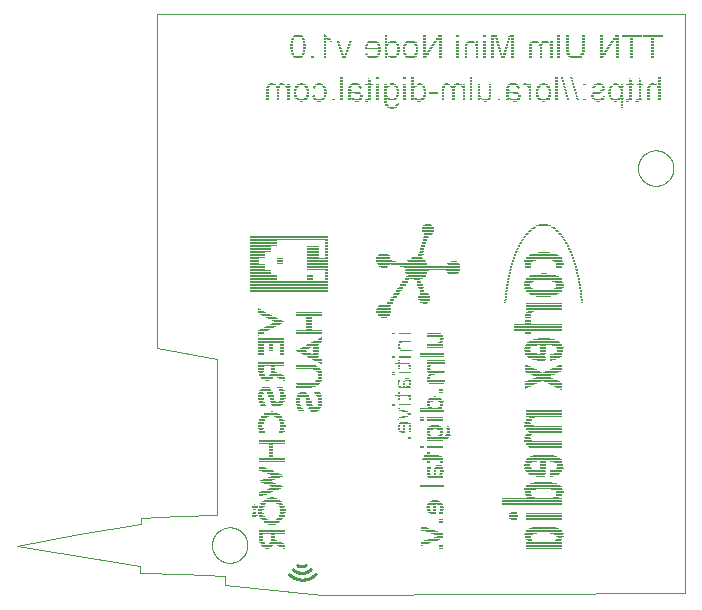
<source format=gbo>
G75*
%MOIN*%
%OFA0B0*%
%FSLAX25Y25*%
%IPPOS*%
%LPD*%
%AMOC8*
5,1,8,0,0,1.08239X$1,22.5*
%
%ADD10C,0.00000*%
%ADD11R,0.01340X0.00333*%
%ADD12R,0.00340X0.00333*%
%ADD13R,0.12330X0.00333*%
%ADD14R,0.02660X0.00334*%
%ADD15R,0.01000X0.00334*%
%ADD16R,0.01340X0.00334*%
%ADD17R,0.12330X0.00334*%
%ADD18R,0.03340X0.00333*%
%ADD19R,0.01670X0.00333*%
%ADD20R,0.04000X0.00333*%
%ADD21R,0.02340X0.00333*%
%ADD22R,0.04660X0.00334*%
%ADD23R,0.03000X0.00334*%
%ADD24R,0.01660X0.00333*%
%ADD25R,0.05000X0.00333*%
%ADD26R,0.04340X0.00334*%
%ADD27R,0.02330X0.00334*%
%ADD28R,0.02000X0.00334*%
%ADD29R,0.02000X0.00333*%
%ADD30R,0.04340X0.00333*%
%ADD31R,0.04000X0.00334*%
%ADD32R,0.01670X0.00334*%
%ADD33R,0.01660X0.00334*%
%ADD34R,0.03000X0.00333*%
%ADD35R,0.02330X0.00333*%
%ADD36R,0.02340X0.00334*%
%ADD37R,0.08340X0.00333*%
%ADD38R,0.04330X0.00333*%
%ADD39R,0.08340X0.00334*%
%ADD40R,0.04330X0.00334*%
%ADD41R,0.12660X0.00334*%
%ADD42R,0.04670X0.00333*%
%ADD43R,0.11670X0.00333*%
%ADD44R,0.03670X0.00334*%
%ADD45R,0.11000X0.00334*%
%ADD46R,0.02670X0.00333*%
%ADD47R,0.10330X0.00333*%
%ADD48R,0.08330X0.00333*%
%ADD49R,0.05340X0.00334*%
%ADD50R,0.05660X0.00333*%
%ADD51R,0.06340X0.00334*%
%ADD52R,0.02660X0.00333*%
%ADD53R,0.01330X0.00333*%
%ADD54R,0.01000X0.00333*%
%ADD55R,0.01330X0.00334*%
%ADD56R,0.00330X0.00333*%
%ADD57R,0.20330X0.00333*%
%ADD58R,0.04660X0.00333*%
%ADD59R,0.02670X0.00334*%
%ADD60R,0.20330X0.00334*%
%ADD61R,0.06340X0.00333*%
%ADD62R,0.05000X0.00334*%
%ADD63R,0.03660X0.00333*%
%ADD64R,0.00670X0.00334*%
%ADD65R,0.12660X0.00333*%
%ADD66R,0.07670X0.00334*%
%ADD67R,0.07670X0.00333*%
%ADD68R,0.11340X0.00333*%
%ADD69R,0.10330X0.00334*%
%ADD70R,0.09000X0.00333*%
%ADD71R,0.06000X0.00333*%
%ADD72R,0.03660X0.00334*%
%ADD73R,0.04670X0.00334*%
%ADD74R,0.05340X0.00333*%
%ADD75R,0.00660X0.00333*%
%ADD76R,0.05670X0.00333*%
%ADD77R,0.00660X0.00334*%
%ADD78R,0.06000X0.00334*%
%ADD79R,0.03670X0.00333*%
%ADD80R,0.06670X0.00333*%
%ADD81R,0.03340X0.00334*%
%ADD82R,0.03330X0.00334*%
%ADD83R,0.07000X0.00333*%
%ADD84R,0.11000X0.00333*%
%ADD85R,0.06670X0.00334*%
%ADD86R,0.06330X0.00333*%
%ADD87R,0.11660X0.00333*%
%ADD88R,0.12000X0.00334*%
%ADD89R,0.07340X0.00333*%
%ADD90R,0.07000X0.00334*%
%ADD91R,0.00670X0.00333*%
%ADD92R,0.11330X0.00333*%
%ADD93R,0.03330X0.00333*%
%ADD94R,0.07330X0.00333*%
%ADD95R,0.05330X0.00333*%
%ADD96R,0.00330X0.00334*%
%ADD97R,0.06660X0.00333*%
%ADD98R,0.07660X0.00333*%
%ADD99R,0.08000X0.00333*%
%ADD100R,0.05330X0.00334*%
%ADD101R,0.10000X0.00333*%
%ADD102R,0.08660X0.00334*%
%ADD103R,0.09000X0.00334*%
%ADD104R,0.05670X0.00334*%
%ADD105R,0.07660X0.00334*%
%ADD106R,0.08670X0.00333*%
%ADD107R,0.08670X0.00334*%
%ADD108R,0.11670X0.00334*%
%ADD109R,0.08660X0.00333*%
%ADD110R,0.16000X0.00333*%
%ADD111R,0.16000X0.00334*%
%ADD112R,0.26000X0.00334*%
%ADD113R,0.26000X0.00333*%
%ADD114R,0.09670X0.00333*%
%ADD115R,0.18330X0.00333*%
%ADD116R,0.18330X0.00334*%
%ADD117R,0.18660X0.00333*%
%ADD118R,0.12000X0.00333*%
%ADD119R,0.16660X0.00333*%
%ADD120R,0.00340X0.00334*%
%ADD121C,0.01000*%
D10*
X0004557Y0022435D02*
X0025391Y0026394D01*
X0045891Y0030019D01*
X0045960Y0031852D01*
X0046030Y0032019D01*
X0058794Y0032505D01*
X0071224Y0032991D01*
X0071200Y0032985D02*
X0071225Y0058990D01*
X0071224Y0058963D02*
X0071224Y0084935D01*
X0051224Y0088685D01*
X0051224Y0199797D01*
X0227474Y0199797D01*
X0227474Y0006741D01*
X0166919Y0006394D01*
X0106363Y0006047D01*
X0074002Y0009419D01*
X0074002Y0012574D01*
X0059905Y0013130D01*
X0045807Y0013685D01*
X0045807Y0015908D01*
X0004557Y0022435D01*
X0069653Y0022850D02*
X0069655Y0023003D01*
X0069661Y0023157D01*
X0069671Y0023310D01*
X0069685Y0023462D01*
X0069703Y0023615D01*
X0069725Y0023766D01*
X0069750Y0023917D01*
X0069780Y0024068D01*
X0069814Y0024218D01*
X0069851Y0024366D01*
X0069892Y0024514D01*
X0069937Y0024660D01*
X0069986Y0024806D01*
X0070039Y0024950D01*
X0070095Y0025092D01*
X0070155Y0025233D01*
X0070219Y0025373D01*
X0070286Y0025511D01*
X0070357Y0025647D01*
X0070432Y0025781D01*
X0070509Y0025913D01*
X0070591Y0026043D01*
X0070675Y0026171D01*
X0070763Y0026297D01*
X0070854Y0026420D01*
X0070948Y0026541D01*
X0071046Y0026659D01*
X0071146Y0026775D01*
X0071250Y0026888D01*
X0071356Y0026999D01*
X0071465Y0027107D01*
X0071577Y0027212D01*
X0071691Y0027313D01*
X0071809Y0027412D01*
X0071928Y0027508D01*
X0072050Y0027601D01*
X0072175Y0027690D01*
X0072302Y0027777D01*
X0072431Y0027859D01*
X0072562Y0027939D01*
X0072695Y0028015D01*
X0072830Y0028088D01*
X0072967Y0028157D01*
X0073106Y0028222D01*
X0073246Y0028284D01*
X0073388Y0028342D01*
X0073531Y0028397D01*
X0073676Y0028448D01*
X0073822Y0028495D01*
X0073969Y0028538D01*
X0074117Y0028577D01*
X0074266Y0028613D01*
X0074416Y0028644D01*
X0074567Y0028672D01*
X0074718Y0028696D01*
X0074871Y0028716D01*
X0075023Y0028732D01*
X0075176Y0028744D01*
X0075329Y0028752D01*
X0075482Y0028756D01*
X0075636Y0028756D01*
X0075789Y0028752D01*
X0075942Y0028744D01*
X0076095Y0028732D01*
X0076247Y0028716D01*
X0076400Y0028696D01*
X0076551Y0028672D01*
X0076702Y0028644D01*
X0076852Y0028613D01*
X0077001Y0028577D01*
X0077149Y0028538D01*
X0077296Y0028495D01*
X0077442Y0028448D01*
X0077587Y0028397D01*
X0077730Y0028342D01*
X0077872Y0028284D01*
X0078012Y0028222D01*
X0078151Y0028157D01*
X0078288Y0028088D01*
X0078423Y0028015D01*
X0078556Y0027939D01*
X0078687Y0027859D01*
X0078816Y0027777D01*
X0078943Y0027690D01*
X0079068Y0027601D01*
X0079190Y0027508D01*
X0079309Y0027412D01*
X0079427Y0027313D01*
X0079541Y0027212D01*
X0079653Y0027107D01*
X0079762Y0026999D01*
X0079868Y0026888D01*
X0079972Y0026775D01*
X0080072Y0026659D01*
X0080170Y0026541D01*
X0080264Y0026420D01*
X0080355Y0026297D01*
X0080443Y0026171D01*
X0080527Y0026043D01*
X0080609Y0025913D01*
X0080686Y0025781D01*
X0080761Y0025647D01*
X0080832Y0025511D01*
X0080899Y0025373D01*
X0080963Y0025233D01*
X0081023Y0025092D01*
X0081079Y0024950D01*
X0081132Y0024806D01*
X0081181Y0024660D01*
X0081226Y0024514D01*
X0081267Y0024366D01*
X0081304Y0024218D01*
X0081338Y0024068D01*
X0081368Y0023917D01*
X0081393Y0023766D01*
X0081415Y0023615D01*
X0081433Y0023462D01*
X0081447Y0023310D01*
X0081457Y0023157D01*
X0081463Y0023003D01*
X0081465Y0022850D01*
X0081463Y0022697D01*
X0081457Y0022543D01*
X0081447Y0022390D01*
X0081433Y0022238D01*
X0081415Y0022085D01*
X0081393Y0021934D01*
X0081368Y0021783D01*
X0081338Y0021632D01*
X0081304Y0021482D01*
X0081267Y0021334D01*
X0081226Y0021186D01*
X0081181Y0021040D01*
X0081132Y0020894D01*
X0081079Y0020750D01*
X0081023Y0020608D01*
X0080963Y0020467D01*
X0080899Y0020327D01*
X0080832Y0020189D01*
X0080761Y0020053D01*
X0080686Y0019919D01*
X0080609Y0019787D01*
X0080527Y0019657D01*
X0080443Y0019529D01*
X0080355Y0019403D01*
X0080264Y0019280D01*
X0080170Y0019159D01*
X0080072Y0019041D01*
X0079972Y0018925D01*
X0079868Y0018812D01*
X0079762Y0018701D01*
X0079653Y0018593D01*
X0079541Y0018488D01*
X0079427Y0018387D01*
X0079309Y0018288D01*
X0079190Y0018192D01*
X0079068Y0018099D01*
X0078943Y0018010D01*
X0078816Y0017923D01*
X0078687Y0017841D01*
X0078556Y0017761D01*
X0078423Y0017685D01*
X0078288Y0017612D01*
X0078151Y0017543D01*
X0078012Y0017478D01*
X0077872Y0017416D01*
X0077730Y0017358D01*
X0077587Y0017303D01*
X0077442Y0017252D01*
X0077296Y0017205D01*
X0077149Y0017162D01*
X0077001Y0017123D01*
X0076852Y0017087D01*
X0076702Y0017056D01*
X0076551Y0017028D01*
X0076400Y0017004D01*
X0076247Y0016984D01*
X0076095Y0016968D01*
X0075942Y0016956D01*
X0075789Y0016948D01*
X0075636Y0016944D01*
X0075482Y0016944D01*
X0075329Y0016948D01*
X0075176Y0016956D01*
X0075023Y0016968D01*
X0074871Y0016984D01*
X0074718Y0017004D01*
X0074567Y0017028D01*
X0074416Y0017056D01*
X0074266Y0017087D01*
X0074117Y0017123D01*
X0073969Y0017162D01*
X0073822Y0017205D01*
X0073676Y0017252D01*
X0073531Y0017303D01*
X0073388Y0017358D01*
X0073246Y0017416D01*
X0073106Y0017478D01*
X0072967Y0017543D01*
X0072830Y0017612D01*
X0072695Y0017685D01*
X0072562Y0017761D01*
X0072431Y0017841D01*
X0072302Y0017923D01*
X0072175Y0018010D01*
X0072050Y0018099D01*
X0071928Y0018192D01*
X0071809Y0018288D01*
X0071691Y0018387D01*
X0071577Y0018488D01*
X0071465Y0018593D01*
X0071356Y0018701D01*
X0071250Y0018812D01*
X0071146Y0018925D01*
X0071046Y0019041D01*
X0070948Y0019159D01*
X0070854Y0019280D01*
X0070763Y0019403D01*
X0070675Y0019529D01*
X0070591Y0019657D01*
X0070509Y0019787D01*
X0070432Y0019919D01*
X0070357Y0020053D01*
X0070286Y0020189D01*
X0070219Y0020327D01*
X0070155Y0020467D01*
X0070095Y0020608D01*
X0070039Y0020750D01*
X0069986Y0020894D01*
X0069937Y0021040D01*
X0069892Y0021186D01*
X0069851Y0021334D01*
X0069814Y0021482D01*
X0069780Y0021632D01*
X0069750Y0021783D01*
X0069725Y0021934D01*
X0069703Y0022085D01*
X0069685Y0022238D01*
X0069671Y0022390D01*
X0069661Y0022543D01*
X0069655Y0022697D01*
X0069653Y0022850D01*
X0211639Y0148504D02*
X0211641Y0148657D01*
X0211647Y0148811D01*
X0211657Y0148964D01*
X0211671Y0149116D01*
X0211689Y0149269D01*
X0211711Y0149420D01*
X0211736Y0149571D01*
X0211766Y0149722D01*
X0211800Y0149872D01*
X0211837Y0150020D01*
X0211878Y0150168D01*
X0211923Y0150314D01*
X0211972Y0150460D01*
X0212025Y0150604D01*
X0212081Y0150746D01*
X0212141Y0150887D01*
X0212205Y0151027D01*
X0212272Y0151165D01*
X0212343Y0151301D01*
X0212418Y0151435D01*
X0212495Y0151567D01*
X0212577Y0151697D01*
X0212661Y0151825D01*
X0212749Y0151951D01*
X0212840Y0152074D01*
X0212934Y0152195D01*
X0213032Y0152313D01*
X0213132Y0152429D01*
X0213236Y0152542D01*
X0213342Y0152653D01*
X0213451Y0152761D01*
X0213563Y0152866D01*
X0213677Y0152967D01*
X0213795Y0153066D01*
X0213914Y0153162D01*
X0214036Y0153255D01*
X0214161Y0153344D01*
X0214288Y0153431D01*
X0214417Y0153513D01*
X0214548Y0153593D01*
X0214681Y0153669D01*
X0214816Y0153742D01*
X0214953Y0153811D01*
X0215092Y0153876D01*
X0215232Y0153938D01*
X0215374Y0153996D01*
X0215517Y0154051D01*
X0215662Y0154102D01*
X0215808Y0154149D01*
X0215955Y0154192D01*
X0216103Y0154231D01*
X0216252Y0154267D01*
X0216402Y0154298D01*
X0216553Y0154326D01*
X0216704Y0154350D01*
X0216857Y0154370D01*
X0217009Y0154386D01*
X0217162Y0154398D01*
X0217315Y0154406D01*
X0217468Y0154410D01*
X0217622Y0154410D01*
X0217775Y0154406D01*
X0217928Y0154398D01*
X0218081Y0154386D01*
X0218233Y0154370D01*
X0218386Y0154350D01*
X0218537Y0154326D01*
X0218688Y0154298D01*
X0218838Y0154267D01*
X0218987Y0154231D01*
X0219135Y0154192D01*
X0219282Y0154149D01*
X0219428Y0154102D01*
X0219573Y0154051D01*
X0219716Y0153996D01*
X0219858Y0153938D01*
X0219998Y0153876D01*
X0220137Y0153811D01*
X0220274Y0153742D01*
X0220409Y0153669D01*
X0220542Y0153593D01*
X0220673Y0153513D01*
X0220802Y0153431D01*
X0220929Y0153344D01*
X0221054Y0153255D01*
X0221176Y0153162D01*
X0221295Y0153066D01*
X0221413Y0152967D01*
X0221527Y0152866D01*
X0221639Y0152761D01*
X0221748Y0152653D01*
X0221854Y0152542D01*
X0221958Y0152429D01*
X0222058Y0152313D01*
X0222156Y0152195D01*
X0222250Y0152074D01*
X0222341Y0151951D01*
X0222429Y0151825D01*
X0222513Y0151697D01*
X0222595Y0151567D01*
X0222672Y0151435D01*
X0222747Y0151301D01*
X0222818Y0151165D01*
X0222885Y0151027D01*
X0222949Y0150887D01*
X0223009Y0150746D01*
X0223065Y0150604D01*
X0223118Y0150460D01*
X0223167Y0150314D01*
X0223212Y0150168D01*
X0223253Y0150020D01*
X0223290Y0149872D01*
X0223324Y0149722D01*
X0223354Y0149571D01*
X0223379Y0149420D01*
X0223401Y0149269D01*
X0223419Y0149116D01*
X0223433Y0148964D01*
X0223443Y0148811D01*
X0223449Y0148657D01*
X0223451Y0148504D01*
X0223449Y0148351D01*
X0223443Y0148197D01*
X0223433Y0148044D01*
X0223419Y0147892D01*
X0223401Y0147739D01*
X0223379Y0147588D01*
X0223354Y0147437D01*
X0223324Y0147286D01*
X0223290Y0147136D01*
X0223253Y0146988D01*
X0223212Y0146840D01*
X0223167Y0146694D01*
X0223118Y0146548D01*
X0223065Y0146404D01*
X0223009Y0146262D01*
X0222949Y0146121D01*
X0222885Y0145981D01*
X0222818Y0145843D01*
X0222747Y0145707D01*
X0222672Y0145573D01*
X0222595Y0145441D01*
X0222513Y0145311D01*
X0222429Y0145183D01*
X0222341Y0145057D01*
X0222250Y0144934D01*
X0222156Y0144813D01*
X0222058Y0144695D01*
X0221958Y0144579D01*
X0221854Y0144466D01*
X0221748Y0144355D01*
X0221639Y0144247D01*
X0221527Y0144142D01*
X0221413Y0144041D01*
X0221295Y0143942D01*
X0221176Y0143846D01*
X0221054Y0143753D01*
X0220929Y0143664D01*
X0220802Y0143577D01*
X0220673Y0143495D01*
X0220542Y0143415D01*
X0220409Y0143339D01*
X0220274Y0143266D01*
X0220137Y0143197D01*
X0219998Y0143132D01*
X0219858Y0143070D01*
X0219716Y0143012D01*
X0219573Y0142957D01*
X0219428Y0142906D01*
X0219282Y0142859D01*
X0219135Y0142816D01*
X0218987Y0142777D01*
X0218838Y0142741D01*
X0218688Y0142710D01*
X0218537Y0142682D01*
X0218386Y0142658D01*
X0218233Y0142638D01*
X0218081Y0142622D01*
X0217928Y0142610D01*
X0217775Y0142602D01*
X0217622Y0142598D01*
X0217468Y0142598D01*
X0217315Y0142602D01*
X0217162Y0142610D01*
X0217009Y0142622D01*
X0216857Y0142638D01*
X0216704Y0142658D01*
X0216553Y0142682D01*
X0216402Y0142710D01*
X0216252Y0142741D01*
X0216103Y0142777D01*
X0215955Y0142816D01*
X0215808Y0142859D01*
X0215662Y0142906D01*
X0215517Y0142957D01*
X0215374Y0143012D01*
X0215232Y0143070D01*
X0215092Y0143132D01*
X0214953Y0143197D01*
X0214816Y0143266D01*
X0214681Y0143339D01*
X0214548Y0143415D01*
X0214417Y0143495D01*
X0214288Y0143577D01*
X0214161Y0143664D01*
X0214036Y0143753D01*
X0213914Y0143846D01*
X0213795Y0143942D01*
X0213677Y0144041D01*
X0213563Y0144142D01*
X0213451Y0144247D01*
X0213342Y0144355D01*
X0213236Y0144466D01*
X0213132Y0144579D01*
X0213032Y0144695D01*
X0212934Y0144813D01*
X0212840Y0144934D01*
X0212749Y0145057D01*
X0212661Y0145183D01*
X0212577Y0145311D01*
X0212495Y0145441D01*
X0212418Y0145573D01*
X0212343Y0145707D01*
X0212272Y0145843D01*
X0212205Y0145981D01*
X0212141Y0146121D01*
X0212081Y0146262D01*
X0212025Y0146404D01*
X0211972Y0146548D01*
X0211923Y0146694D01*
X0211878Y0146840D01*
X0211837Y0146988D01*
X0211800Y0147136D01*
X0211766Y0147286D01*
X0211736Y0147437D01*
X0211711Y0147588D01*
X0211689Y0147739D01*
X0211671Y0147892D01*
X0211657Y0148044D01*
X0211647Y0148197D01*
X0211641Y0148351D01*
X0211639Y0148504D01*
D11*
X0206059Y0175184D03*
X0193059Y0186184D03*
X0159059Y0171517D03*
X0150059Y0175184D03*
X0140059Y0171517D03*
X0131059Y0175517D03*
X0128059Y0169184D03*
X0118059Y0170517D03*
X0101059Y0171517D03*
X0098059Y0171517D03*
X0098059Y0175517D03*
X0101059Y0175517D03*
X0095059Y0175184D03*
X0128059Y0189517D03*
X0141059Y0125517D03*
X0140059Y0122517D03*
X0140059Y0122184D03*
X0139059Y0119184D03*
X0142059Y0081184D03*
X0146059Y0074517D03*
X0146059Y0074184D03*
X0146059Y0073517D03*
X0135059Y0075517D03*
X0142059Y0048517D03*
X0142059Y0048184D03*
X0142059Y0046184D03*
X0142059Y0034184D03*
X0146059Y0033517D03*
X0146059Y0033184D03*
X0146059Y0031184D03*
X0146059Y0030517D03*
X0146059Y0030184D03*
X0146059Y0022517D03*
X0146059Y0022184D03*
X0146059Y0021517D03*
X0093059Y0033184D03*
X0093059Y0035184D03*
X0086059Y0035184D03*
X0086059Y0032517D03*
X0086059Y0026184D03*
X0086059Y0025517D03*
X0086059Y0025184D03*
X0086059Y0024517D03*
X0086059Y0024184D03*
X0088059Y0021517D03*
X0090059Y0024517D03*
X0090059Y0025184D03*
X0090059Y0025517D03*
X0090059Y0026184D03*
X0086059Y0039184D03*
X0086059Y0061184D03*
X0093059Y0061184D03*
X0093059Y0061517D03*
X0093059Y0063184D03*
X0093059Y0063517D03*
X0093059Y0071184D03*
X0093059Y0073184D03*
X0093059Y0073517D03*
X0088059Y0077517D03*
X0086059Y0080184D03*
X0090059Y0080517D03*
X0090059Y0081184D03*
X0090059Y0081517D03*
X0090059Y0082184D03*
X0093059Y0086184D03*
X0093059Y0086517D03*
X0093059Y0087184D03*
X0093059Y0087517D03*
X0093059Y0088184D03*
X0093059Y0088517D03*
X0093059Y0089184D03*
X0093059Y0089517D03*
X0086059Y0073517D03*
X0086059Y0070517D03*
D12*
X0089559Y0067184D03*
X0093559Y0077517D03*
X0093559Y0021517D03*
X0139559Y0022517D03*
X0103559Y0172517D03*
D13*
X0180224Y0118184D03*
X0180224Y0107517D03*
X0180224Y0103184D03*
X0180224Y0102517D03*
X0180224Y0102184D03*
X0180224Y0101517D03*
X0180224Y0101184D03*
X0180224Y0089517D03*
X0180224Y0067517D03*
X0180224Y0067184D03*
X0180224Y0066517D03*
X0180224Y0066184D03*
X0180224Y0065517D03*
X0180224Y0061517D03*
X0180224Y0061184D03*
X0180224Y0056517D03*
X0180224Y0056184D03*
X0180224Y0033184D03*
X0180224Y0032517D03*
X0180224Y0032184D03*
X0180224Y0031517D03*
X0180224Y0031184D03*
X0180224Y0027184D03*
X0180224Y0023517D03*
X0180224Y0023184D03*
X0180224Y0022517D03*
X0180224Y0022184D03*
X0180224Y0021517D03*
D14*
X0175059Y0040850D03*
X0185059Y0081850D03*
X0185059Y0088850D03*
X0175059Y0088850D03*
X0175059Y0086850D03*
X0175059Y0116850D03*
X0118059Y0170850D03*
X0122059Y0175850D03*
X0148059Y0175850D03*
X0093059Y0175850D03*
X0088059Y0077850D03*
X0088059Y0021850D03*
X0209059Y0175850D03*
D15*
X0209229Y0174850D03*
X0209229Y0173850D03*
X0209229Y0172850D03*
X0209229Y0171850D03*
X0206229Y0171850D03*
X0206229Y0174850D03*
X0209229Y0176850D03*
X0209229Y0177850D03*
X0215229Y0174850D03*
X0215229Y0173850D03*
X0215229Y0172850D03*
X0215229Y0171850D03*
X0215229Y0170850D03*
X0218889Y0170850D03*
X0218889Y0171850D03*
X0218889Y0172850D03*
X0218889Y0173850D03*
X0218889Y0174850D03*
X0218889Y0175850D03*
X0218889Y0176850D03*
X0218889Y0177850D03*
X0216559Y0185850D03*
X0216559Y0186850D03*
X0216559Y0187850D03*
X0216559Y0188850D03*
X0216559Y0189850D03*
X0216559Y0190850D03*
X0216559Y0191850D03*
X0209559Y0191850D03*
X0209559Y0190850D03*
X0209559Y0189850D03*
X0209559Y0188850D03*
X0209559Y0187850D03*
X0209559Y0186850D03*
X0209559Y0185850D03*
X0204889Y0185850D03*
X0204889Y0186850D03*
X0204889Y0187850D03*
X0204889Y0188850D03*
X0204889Y0189850D03*
X0204889Y0190850D03*
X0199559Y0190850D03*
X0199559Y0189850D03*
X0199559Y0188850D03*
X0199559Y0187850D03*
X0199559Y0191850D03*
X0199559Y0192850D03*
X0193559Y0192850D03*
X0193559Y0191850D03*
X0193559Y0190850D03*
X0193559Y0189850D03*
X0193559Y0188850D03*
X0193559Y0187850D03*
X0193229Y0186850D03*
X0188889Y0185850D03*
X0188229Y0186850D03*
X0188229Y0187850D03*
X0188229Y0188850D03*
X0188229Y0189850D03*
X0188229Y0190850D03*
X0188229Y0191850D03*
X0188229Y0192850D03*
X0185229Y0192850D03*
X0185229Y0191850D03*
X0185229Y0190850D03*
X0185229Y0189850D03*
X0185229Y0188850D03*
X0185229Y0187850D03*
X0185229Y0186850D03*
X0185229Y0185850D03*
X0182889Y0185850D03*
X0182889Y0186850D03*
X0182889Y0187850D03*
X0182889Y0188850D03*
X0180559Y0190850D03*
X0177229Y0190850D03*
X0176229Y0189850D03*
X0175889Y0188850D03*
X0175889Y0187850D03*
X0175889Y0186850D03*
X0175889Y0185850D03*
X0169889Y0185850D03*
X0169889Y0186850D03*
X0169889Y0187850D03*
X0169889Y0188850D03*
X0169889Y0189850D03*
X0169889Y0190850D03*
X0168559Y0190850D03*
X0168229Y0189850D03*
X0167889Y0188850D03*
X0165559Y0187850D03*
X0165889Y0186850D03*
X0163229Y0186850D03*
X0163229Y0185850D03*
X0163229Y0187850D03*
X0163229Y0188850D03*
X0163229Y0189850D03*
X0163229Y0190850D03*
X0160559Y0189850D03*
X0160559Y0188850D03*
X0160559Y0187850D03*
X0160559Y0186850D03*
X0160559Y0185850D03*
X0154559Y0189850D03*
X0155889Y0190850D03*
X0151559Y0189850D03*
X0151559Y0188850D03*
X0151559Y0187850D03*
X0151559Y0186850D03*
X0151559Y0185850D03*
X0145889Y0185850D03*
X0145889Y0186850D03*
X0145889Y0187850D03*
X0145889Y0188850D03*
X0145889Y0189850D03*
X0145889Y0190850D03*
X0140559Y0190850D03*
X0140559Y0189850D03*
X0140559Y0188850D03*
X0140559Y0187850D03*
X0137889Y0186850D03*
X0137889Y0188850D03*
X0135889Y0190850D03*
X0133889Y0188850D03*
X0133889Y0186850D03*
X0131889Y0187850D03*
X0131229Y0185850D03*
X0129889Y0184850D03*
X0127889Y0186850D03*
X0127889Y0188850D03*
X0129889Y0190850D03*
X0131229Y0189850D03*
X0124889Y0189850D03*
X0121559Y0189850D03*
X0121559Y0185850D03*
X0124889Y0185850D03*
X0124889Y0177850D03*
X0124889Y0175850D03*
X0124889Y0174850D03*
X0124889Y0173850D03*
X0124889Y0172850D03*
X0124889Y0171850D03*
X0124889Y0170850D03*
X0127559Y0170850D03*
X0127559Y0172850D03*
X0127559Y0173850D03*
X0127559Y0174850D03*
X0131559Y0174850D03*
X0133889Y0174850D03*
X0133889Y0173850D03*
X0133889Y0172850D03*
X0133889Y0171850D03*
X0133889Y0170850D03*
X0136559Y0170850D03*
X0136559Y0172850D03*
X0136559Y0173850D03*
X0136559Y0174850D03*
X0136559Y0175850D03*
X0136559Y0176850D03*
X0136559Y0177850D03*
X0133889Y0177850D03*
X0133889Y0175850D03*
X0131229Y0171850D03*
X0140229Y0171850D03*
X0140559Y0174850D03*
X0150229Y0174850D03*
X0150229Y0173850D03*
X0150229Y0172850D03*
X0150229Y0171850D03*
X0150229Y0170850D03*
X0153559Y0174850D03*
X0158889Y0171850D03*
X0162229Y0171850D03*
X0168229Y0172850D03*
X0168229Y0174850D03*
X0171889Y0172850D03*
X0172229Y0171850D03*
X0175559Y0174850D03*
X0178229Y0174850D03*
X0178559Y0171850D03*
X0181889Y0171850D03*
X0184559Y0171850D03*
X0184559Y0170850D03*
X0184559Y0172850D03*
X0184559Y0173850D03*
X0184559Y0174850D03*
X0184559Y0175850D03*
X0184559Y0176850D03*
X0184559Y0177850D03*
X0182229Y0174850D03*
X0193889Y0175850D03*
X0196559Y0171850D03*
X0193889Y0170850D03*
X0200229Y0171850D03*
X0202229Y0172850D03*
X0202229Y0173850D03*
X0202559Y0171850D03*
X0200229Y0174850D03*
X0160559Y0192850D03*
X0151559Y0192850D03*
X0140559Y0192850D03*
X0140559Y0191850D03*
X0135889Y0184850D03*
X0122229Y0177850D03*
X0122229Y0176850D03*
X0122229Y0174850D03*
X0122229Y0173850D03*
X0122229Y0172850D03*
X0122229Y0171850D03*
X0119559Y0171850D03*
X0119229Y0172850D03*
X0115559Y0172850D03*
X0115559Y0174850D03*
X0112889Y0174850D03*
X0112889Y0173850D03*
X0112889Y0172850D03*
X0112889Y0171850D03*
X0112889Y0170850D03*
X0110229Y0170850D03*
X0107229Y0171850D03*
X0107559Y0172850D03*
X0107559Y0173850D03*
X0103559Y0171850D03*
X0101229Y0171850D03*
X0101559Y0174850D03*
X0097559Y0174850D03*
X0095229Y0174850D03*
X0095229Y0173850D03*
X0095229Y0172850D03*
X0095229Y0171850D03*
X0095229Y0170850D03*
X0097889Y0171850D03*
X0095229Y0175850D03*
X0091559Y0174850D03*
X0088229Y0174850D03*
X0088229Y0173850D03*
X0088229Y0172850D03*
X0088229Y0171850D03*
X0088229Y0170850D03*
X0096889Y0185850D03*
X0096229Y0187850D03*
X0096229Y0188850D03*
X0096229Y0189850D03*
X0096889Y0191850D03*
X0099889Y0191850D03*
X0100559Y0189850D03*
X0100559Y0188850D03*
X0100559Y0187850D03*
X0099889Y0185850D03*
X0111889Y0189850D03*
X0112229Y0188850D03*
X0114889Y0187850D03*
X0114559Y0186850D03*
X0115229Y0188850D03*
X0112889Y0177850D03*
X0112889Y0176850D03*
X0112889Y0175850D03*
X0173559Y0124850D03*
X0172889Y0123850D03*
X0174229Y0125850D03*
X0175229Y0126850D03*
X0176229Y0127850D03*
X0184229Y0127850D03*
X0185229Y0126850D03*
X0186229Y0125850D03*
X0186889Y0124850D03*
X0187559Y0123850D03*
X0189889Y0118850D03*
X0190229Y0117850D03*
X0190559Y0116850D03*
X0170559Y0118850D03*
X0170229Y0117850D03*
X0169889Y0116850D03*
X0146229Y0090850D03*
X0141889Y0081850D03*
X0141889Y0078850D03*
X0130229Y0079850D03*
X0130229Y0085850D03*
X0130229Y0092850D03*
X0107889Y0110850D03*
X0107889Y0111850D03*
X0107889Y0112850D03*
X0107889Y0113850D03*
X0107889Y0118850D03*
X0107889Y0119850D03*
X0107889Y0120850D03*
X0107889Y0121850D03*
X0107889Y0122850D03*
X0107889Y0123850D03*
X0085559Y0092850D03*
X0093229Y0077850D03*
X0130229Y0069850D03*
X0132559Y0062850D03*
X0132229Y0060850D03*
X0135229Y0062850D03*
X0135559Y0058850D03*
X0141889Y0059850D03*
X0146229Y0059850D03*
X0148559Y0059850D03*
X0148559Y0060850D03*
X0146229Y0068850D03*
X0141889Y0052850D03*
X0141889Y0050850D03*
X0144229Y0047850D03*
X0146229Y0046850D03*
X0146229Y0050850D03*
X0143889Y0035850D03*
X0143889Y0034850D03*
X0141889Y0034850D03*
X0141889Y0035850D03*
X0146229Y0033850D03*
X0139889Y0028850D03*
X0170229Y0030850D03*
X0170229Y0033850D03*
X0093229Y0021850D03*
X0083889Y0031850D03*
D16*
X0086059Y0032850D03*
X0086059Y0025850D03*
X0086059Y0024850D03*
X0086059Y0023850D03*
X0090059Y0024850D03*
X0090059Y0025850D03*
X0093059Y0032850D03*
X0093059Y0034850D03*
X0093059Y0060850D03*
X0086059Y0060850D03*
X0086059Y0063850D03*
X0086059Y0070850D03*
X0093059Y0070850D03*
X0086059Y0079850D03*
X0090059Y0080850D03*
X0090059Y0081850D03*
X0093059Y0085850D03*
X0093059Y0086850D03*
X0093059Y0087850D03*
X0093059Y0088850D03*
X0093059Y0089850D03*
X0139059Y0108850D03*
X0139059Y0118850D03*
X0142059Y0077850D03*
X0146059Y0073850D03*
X0142059Y0068850D03*
X0142059Y0060850D03*
X0146059Y0060850D03*
X0142059Y0047850D03*
X0146059Y0035850D03*
X0146059Y0030850D03*
X0146059Y0022850D03*
X0146059Y0021850D03*
X0140059Y0022850D03*
X0197059Y0172850D03*
X0202059Y0188850D03*
X0143059Y0188850D03*
X0109059Y0190850D03*
D17*
X0180224Y0117850D03*
X0180224Y0110850D03*
X0180224Y0102850D03*
X0180224Y0101850D03*
X0180224Y0066850D03*
X0180224Y0065850D03*
X0180224Y0050850D03*
X0180224Y0041850D03*
X0180224Y0032850D03*
X0180224Y0031850D03*
X0180224Y0022850D03*
X0180224Y0021850D03*
D18*
X0184059Y0046517D03*
X0144059Y0037184D03*
X0141059Y0023517D03*
X0088059Y0022184D03*
X0101059Y0086517D03*
X0092059Y0097184D03*
X0090059Y0098184D03*
X0088059Y0099184D03*
X0138059Y0118517D03*
X0150059Y0113184D03*
X0184059Y0085184D03*
X0118059Y0171184D03*
X0170059Y0176184D03*
D19*
X0169894Y0176517D03*
X0174224Y0176184D03*
X0199894Y0186184D03*
X0205894Y0175517D03*
X0205894Y0171517D03*
X0211894Y0171184D03*
X0140894Y0186184D03*
X0136894Y0175517D03*
X0136894Y0171517D03*
X0127894Y0175517D03*
X0117224Y0176517D03*
X0115894Y0171517D03*
X0094894Y0175517D03*
X0107894Y0191517D03*
X0140894Y0125184D03*
X0139224Y0119517D03*
X0134894Y0111517D03*
X0133894Y0110517D03*
X0133894Y0110184D03*
X0133224Y0109517D03*
X0133224Y0109184D03*
X0132224Y0108184D03*
X0131894Y0107517D03*
X0131224Y0106517D03*
X0130894Y0106184D03*
X0130224Y0105184D03*
X0128894Y0103517D03*
X0128894Y0103184D03*
X0139224Y0108517D03*
X0138894Y0109184D03*
X0138894Y0109517D03*
X0126894Y0115184D03*
X0101894Y0098517D03*
X0101894Y0098184D03*
X0101894Y0097517D03*
X0101894Y0097184D03*
X0101894Y0096517D03*
X0101894Y0096184D03*
X0101894Y0095517D03*
X0101894Y0095184D03*
X0101894Y0094517D03*
X0104224Y0088517D03*
X0104224Y0088184D03*
X0104224Y0087517D03*
X0104224Y0087184D03*
X0104224Y0086517D03*
X0105224Y0080517D03*
X0105224Y0077517D03*
X0104894Y0073184D03*
X0105224Y0072517D03*
X0101894Y0070517D03*
X0101894Y0070184D03*
X0102224Y0069184D03*
X0099224Y0067517D03*
X0098894Y0068184D03*
X0093224Y0071517D03*
X0093224Y0072184D03*
X0093224Y0072517D03*
X0092894Y0074184D03*
X0092224Y0075184D03*
X0092894Y0078184D03*
X0088894Y0073517D03*
X0088894Y0073184D03*
X0089224Y0072517D03*
X0089224Y0072184D03*
X0089894Y0070517D03*
X0092894Y0070517D03*
X0086224Y0070184D03*
X0085894Y0071184D03*
X0085894Y0071517D03*
X0085894Y0073184D03*
X0086224Y0079517D03*
X0085894Y0080517D03*
X0085894Y0081184D03*
X0085894Y0081517D03*
X0085894Y0082184D03*
X0085894Y0086184D03*
X0085894Y0086517D03*
X0085894Y0087184D03*
X0085894Y0087517D03*
X0085894Y0088184D03*
X0085894Y0088517D03*
X0085894Y0089184D03*
X0085894Y0089517D03*
X0085894Y0093184D03*
X0086224Y0064517D03*
X0086224Y0064184D03*
X0085894Y0063517D03*
X0085894Y0063184D03*
X0085894Y0061517D03*
X0086224Y0060517D03*
X0086224Y0060184D03*
X0092894Y0060517D03*
X0093224Y0062184D03*
X0093224Y0062517D03*
X0092894Y0064184D03*
X0086224Y0048517D03*
X0086224Y0035517D03*
X0085894Y0034517D03*
X0085894Y0033184D03*
X0086224Y0032184D03*
X0083894Y0032517D03*
X0083894Y0035184D03*
X0083894Y0035517D03*
X0092894Y0035517D03*
X0093224Y0034517D03*
X0093224Y0034184D03*
X0093224Y0033517D03*
X0092894Y0032517D03*
X0092894Y0032184D03*
X0086224Y0023517D03*
X0092894Y0022184D03*
X0142224Y0036184D03*
X0145224Y0049184D03*
X0148224Y0059184D03*
X0145894Y0070517D03*
X0142224Y0070517D03*
X0174894Y0075517D03*
X0174894Y0082184D03*
X0179894Y0086517D03*
X0179894Y0087184D03*
X0179894Y0087517D03*
X0179894Y0088184D03*
X0179894Y0088517D03*
X0179894Y0089184D03*
X0174894Y0093184D03*
X0174894Y0093517D03*
X0174894Y0096517D03*
X0174894Y0097184D03*
X0174894Y0097517D03*
X0175894Y0100517D03*
X0175224Y0064517D03*
X0175224Y0064184D03*
X0175224Y0059517D03*
X0179894Y0050517D03*
X0179894Y0050184D03*
X0179894Y0049517D03*
X0179894Y0049184D03*
X0179894Y0048517D03*
X0179894Y0048184D03*
X0174894Y0039517D03*
X0175224Y0039184D03*
X0185224Y0039184D03*
X0174894Y0025184D03*
X0175224Y0024517D03*
X0184894Y0024184D03*
X0185224Y0024517D03*
D20*
X0184729Y0041184D03*
X0184389Y0047517D03*
X0184389Y0050517D03*
X0176059Y0050517D03*
X0175729Y0041184D03*
X0144729Y0026517D03*
X0143729Y0024517D03*
X0144059Y0062184D03*
X0134059Y0075184D03*
X0103729Y0068184D03*
X0100059Y0072517D03*
X0087389Y0074184D03*
X0088059Y0078517D03*
X0090059Y0046517D03*
X0091059Y0046184D03*
X0091389Y0045517D03*
X0090389Y0045184D03*
X0088729Y0044517D03*
X0087729Y0044184D03*
X0088059Y0043517D03*
X0089059Y0043184D03*
X0090729Y0042517D03*
X0091389Y0042184D03*
X0090729Y0041517D03*
X0088059Y0040517D03*
X0087389Y0040184D03*
X0091059Y0023517D03*
X0088059Y0022517D03*
X0127059Y0102184D03*
X0140389Y0104517D03*
X0140389Y0105184D03*
X0140389Y0105517D03*
X0150059Y0113517D03*
X0150059Y0116517D03*
X0141729Y0127184D03*
X0141729Y0127517D03*
X0141729Y0128184D03*
X0141729Y0128517D03*
X0175729Y0117517D03*
X0184389Y0086184D03*
X0184389Y0081184D03*
X0184389Y0076184D03*
X0103389Y0118517D03*
X0103389Y0119184D03*
X0103389Y0119517D03*
X0103389Y0120184D03*
X0103389Y0120517D03*
X0103389Y0121184D03*
X0103389Y0121517D03*
X0103389Y0122184D03*
X0117059Y0173517D03*
X0169729Y0173517D03*
D21*
X0151559Y0176184D03*
X0197559Y0173184D03*
X0216559Y0176184D03*
X0185559Y0116517D03*
X0185559Y0116184D03*
X0185559Y0109517D03*
X0185559Y0109184D03*
X0185559Y0108517D03*
X0185559Y0088517D03*
X0185559Y0048184D03*
X0185559Y0040517D03*
X0185559Y0040184D03*
X0185559Y0025517D03*
X0140559Y0023184D03*
X0092559Y0022517D03*
X0089559Y0029517D03*
X0086559Y0039517D03*
X0087559Y0075184D03*
X0092559Y0078517D03*
X0104559Y0081184D03*
X0089559Y0176184D03*
D22*
X0150059Y0115850D03*
X0127059Y0099850D03*
X0088059Y0078850D03*
X0144059Y0061850D03*
X0184059Y0080850D03*
X0088059Y0022850D03*
D23*
X0090559Y0023850D03*
X0092229Y0022850D03*
X0086889Y0039850D03*
X0087559Y0074850D03*
X0090559Y0079850D03*
X0092229Y0078850D03*
X0099889Y0087850D03*
X0126889Y0098850D03*
X0083889Y0116850D03*
X0083889Y0117850D03*
X0099559Y0170850D03*
X0089559Y0175850D03*
X0116559Y0173850D03*
X0138889Y0175850D03*
X0143559Y0173850D03*
X0151559Y0175850D03*
X0169229Y0173850D03*
X0180229Y0170850D03*
X0198559Y0170850D03*
X0204229Y0175850D03*
X0216559Y0175850D03*
X0176559Y0100850D03*
X0142889Y0033850D03*
X0170229Y0032850D03*
X0170229Y0031850D03*
D24*
X0175559Y0024184D03*
X0185559Y0025184D03*
X0105559Y0069184D03*
X0105559Y0069517D03*
X0105559Y0071517D03*
X0101559Y0071517D03*
X0101559Y0071184D03*
X0098559Y0069184D03*
X0098559Y0068517D03*
X0092559Y0064517D03*
X0086559Y0069517D03*
X0089559Y0071184D03*
X0089559Y0071517D03*
X0092559Y0074517D03*
X0105559Y0078184D03*
X0105559Y0080184D03*
X0105559Y0091184D03*
X0129559Y0104184D03*
X0129559Y0104517D03*
X0130559Y0105517D03*
X0131559Y0107184D03*
X0132559Y0108517D03*
X0134559Y0111184D03*
X0138559Y0110517D03*
X0138559Y0110184D03*
X0139559Y0107517D03*
X0140559Y0103184D03*
X0139559Y0120517D03*
X0140559Y0124184D03*
X0168559Y0171517D03*
X0166559Y0185517D03*
X0169559Y0192517D03*
X0145559Y0192184D03*
X0091559Y0175517D03*
X0199559Y0174184D03*
X0204559Y0192184D03*
X0218559Y0175517D03*
X0089559Y0038517D03*
X0092559Y0036184D03*
X0086559Y0036184D03*
X0086559Y0023184D03*
D25*
X0091229Y0023184D03*
X0089559Y0030184D03*
X0144229Y0045184D03*
X0142889Y0052517D03*
X0144559Y0076517D03*
X0133229Y0083184D03*
X0126889Y0100184D03*
X0126889Y0100517D03*
X0126889Y0101184D03*
X0102559Y0086184D03*
X0091229Y0079184D03*
X0084889Y0114517D03*
X0084889Y0115184D03*
X0084889Y0115517D03*
X0084889Y0116184D03*
X0084889Y0118517D03*
X0084889Y0119184D03*
X0084889Y0119517D03*
X0084889Y0120184D03*
X0176559Y0080517D03*
X0180229Y0078517D03*
X0182559Y0080184D03*
X0180229Y0105517D03*
X0180229Y0129184D03*
D26*
X0087559Y0073850D03*
X0141559Y0023850D03*
X0178559Y0045850D03*
D27*
X0174894Y0049850D03*
X0174894Y0057850D03*
X0174894Y0062850D03*
X0175224Y0075850D03*
X0175224Y0081850D03*
X0174894Y0098850D03*
X0175224Y0099850D03*
X0174894Y0108850D03*
X0174894Y0109850D03*
X0175224Y0114850D03*
X0174894Y0115850D03*
X0185224Y0114850D03*
X0204224Y0170850D03*
X0198894Y0173850D03*
X0212224Y0175850D03*
X0200224Y0186850D03*
X0141224Y0186850D03*
X0138894Y0170850D03*
X0105224Y0090850D03*
X0145224Y0048850D03*
X0174894Y0025850D03*
X0176224Y0023850D03*
X0185224Y0047850D03*
X0087224Y0036850D03*
D28*
X0092389Y0064850D03*
X0089729Y0070850D03*
X0089389Y0071850D03*
X0101389Y0071850D03*
X0102389Y0068850D03*
X0105059Y0080850D03*
X0105389Y0083850D03*
X0131389Y0106850D03*
X0140059Y0106850D03*
X0150059Y0112850D03*
X0174729Y0087850D03*
X0185729Y0087850D03*
X0175729Y0059850D03*
X0174729Y0048850D03*
X0174729Y0039850D03*
X0185729Y0048850D03*
X0184059Y0023850D03*
X0145729Y0025850D03*
X0143389Y0032850D03*
X0135059Y0065850D03*
X0134729Y0066850D03*
X0134729Y0077850D03*
X0102389Y0110850D03*
X0102389Y0111850D03*
X0092389Y0116850D03*
X0092389Y0117850D03*
X0129729Y0170850D03*
X0145389Y0191850D03*
X0163729Y0191850D03*
X0169389Y0191850D03*
X0161059Y0170850D03*
X0204389Y0191850D03*
D29*
X0204389Y0191517D03*
X0200059Y0186517D03*
X0208729Y0171184D03*
X0180729Y0190517D03*
X0169389Y0192184D03*
X0163729Y0192184D03*
X0163729Y0192517D03*
X0145389Y0191517D03*
X0141059Y0186517D03*
X0150059Y0175517D03*
X0128059Y0171517D03*
X0121729Y0171184D03*
X0093059Y0176184D03*
X0141729Y0129517D03*
X0138059Y0111184D03*
X0143059Y0079517D03*
X0134059Y0065517D03*
X0133059Y0060517D03*
X0142389Y0061184D03*
X0145729Y0061184D03*
X0144059Y0037517D03*
X0145729Y0036184D03*
X0140389Y0028517D03*
X0145729Y0025517D03*
X0174729Y0049184D03*
X0174729Y0049517D03*
X0185729Y0049517D03*
X0185729Y0049184D03*
X0185729Y0048517D03*
X0185389Y0039517D03*
X0174729Y0058517D03*
X0175059Y0059184D03*
X0174729Y0063517D03*
X0185389Y0075184D03*
X0185389Y0082184D03*
X0183389Y0084517D03*
X0185729Y0087184D03*
X0185729Y0087517D03*
X0185729Y0088184D03*
X0174729Y0088184D03*
X0174729Y0087517D03*
X0175059Y0099517D03*
X0175389Y0100184D03*
X0174729Y0109184D03*
X0174729Y0109517D03*
X0175059Y0115184D03*
X0185389Y0115184D03*
X0185389Y0115517D03*
X0105059Y0077184D03*
X0104729Y0073517D03*
X0100059Y0073517D03*
X0102059Y0069517D03*
X0103729Y0067184D03*
X0092059Y0065184D03*
X0087059Y0065184D03*
X0086729Y0069184D03*
X0086389Y0079184D03*
X0090389Y0080184D03*
X0086059Y0093517D03*
X0086059Y0100517D03*
X0102389Y0111184D03*
X0102389Y0111517D03*
X0102389Y0112184D03*
X0102389Y0112517D03*
X0092389Y0116517D03*
X0092389Y0117184D03*
X0092389Y0117517D03*
X0092389Y0118184D03*
X0092059Y0036517D03*
X0092389Y0031517D03*
X0086729Y0031517D03*
X0086729Y0036517D03*
X0090389Y0024184D03*
D30*
X0087559Y0047517D03*
X0142559Y0024184D03*
X0184559Y0026517D03*
X0178559Y0084517D03*
D31*
X0176059Y0107850D03*
X0184389Y0107850D03*
X0140389Y0104850D03*
X0126729Y0118850D03*
X0141729Y0127850D03*
X0103389Y0121850D03*
X0103389Y0120850D03*
X0103389Y0119850D03*
X0103389Y0118850D03*
X0134059Y0087850D03*
X0091389Y0069850D03*
X0091729Y0045850D03*
X0089729Y0042850D03*
X0091729Y0041850D03*
X0089389Y0029850D03*
X0144729Y0024850D03*
X0129729Y0168850D03*
X0117389Y0175850D03*
X0170059Y0175850D03*
D32*
X0174224Y0175850D03*
X0179224Y0189850D03*
X0190894Y0184850D03*
X0199894Y0185850D03*
X0211894Y0170850D03*
X0177894Y0128850D03*
X0141224Y0125850D03*
X0140894Y0124850D03*
X0140224Y0122850D03*
X0139894Y0121850D03*
X0139224Y0119850D03*
X0134224Y0110850D03*
X0132894Y0108850D03*
X0132224Y0107850D03*
X0129894Y0104850D03*
X0129224Y0103850D03*
X0126894Y0119850D03*
X0101894Y0097850D03*
X0101894Y0096850D03*
X0101894Y0095850D03*
X0101894Y0094850D03*
X0104224Y0087850D03*
X0104224Y0086850D03*
X0105224Y0072850D03*
X0105224Y0068850D03*
X0101894Y0069850D03*
X0098894Y0067850D03*
X0093224Y0071850D03*
X0093224Y0072850D03*
X0092894Y0073850D03*
X0089224Y0072850D03*
X0085894Y0072850D03*
X0086224Y0069850D03*
X0091224Y0068850D03*
X0092894Y0063850D03*
X0093224Y0062850D03*
X0093224Y0061850D03*
X0085894Y0061850D03*
X0085894Y0080850D03*
X0085894Y0081850D03*
X0085894Y0085850D03*
X0085894Y0086850D03*
X0085894Y0087850D03*
X0085894Y0088850D03*
X0085894Y0089850D03*
X0085894Y0100850D03*
X0146224Y0091850D03*
X0174894Y0092850D03*
X0174894Y0093850D03*
X0174894Y0096850D03*
X0179894Y0088850D03*
X0179894Y0087850D03*
X0179894Y0086850D03*
X0174894Y0063850D03*
X0174894Y0058850D03*
X0179894Y0049850D03*
X0179894Y0048850D03*
X0179894Y0047850D03*
X0184894Y0038850D03*
X0174894Y0024850D03*
X0093224Y0033850D03*
X0092894Y0035850D03*
X0086224Y0035850D03*
X0085894Y0034850D03*
X0083894Y0034850D03*
X0083894Y0032850D03*
X0113894Y0185850D03*
X0123224Y0184850D03*
X0128224Y0185850D03*
X0128224Y0189850D03*
X0140894Y0185850D03*
D33*
X0121559Y0170850D03*
X0163559Y0192850D03*
X0169559Y0192850D03*
X0166559Y0185850D03*
X0182559Y0189850D03*
X0208559Y0170850D03*
X0182559Y0128850D03*
X0140559Y0123850D03*
X0139559Y0120850D03*
X0133559Y0109850D03*
X0130559Y0105850D03*
X0105559Y0079850D03*
X0105559Y0077850D03*
X0105559Y0071850D03*
X0101559Y0070850D03*
X0098559Y0071850D03*
X0098559Y0068850D03*
X0092559Y0074850D03*
X0086559Y0064850D03*
X0086559Y0059850D03*
X0092559Y0059850D03*
X0092559Y0031850D03*
X0086559Y0031850D03*
X0175559Y0038850D03*
X0185559Y0039850D03*
X0185559Y0024850D03*
D34*
X0185229Y0026184D03*
X0175229Y0026184D03*
X0170229Y0032184D03*
X0170229Y0032517D03*
X0179229Y0045517D03*
X0183889Y0046184D03*
X0175559Y0076184D03*
X0175559Y0081517D03*
X0175229Y0108184D03*
X0175559Y0110517D03*
X0175229Y0117184D03*
X0185229Y0117184D03*
X0180229Y0129517D03*
X0141889Y0126517D03*
X0141559Y0129184D03*
X0126889Y0119517D03*
X0126889Y0115517D03*
X0140559Y0106184D03*
X0104889Y0090517D03*
X0101229Y0088517D03*
X0100559Y0088184D03*
X0099889Y0073184D03*
X0103889Y0067517D03*
X0091229Y0069184D03*
X0145229Y0048184D03*
X0145229Y0026184D03*
X0145229Y0025184D03*
X0083889Y0116517D03*
X0083889Y0117184D03*
X0083889Y0117517D03*
X0083889Y0118184D03*
X0138889Y0171184D03*
X0143559Y0173184D03*
X0143559Y0173517D03*
X0135889Y0185184D03*
X0129889Y0185517D03*
X0129889Y0190184D03*
X0135889Y0190517D03*
X0123229Y0190517D03*
X0123229Y0185184D03*
X0099559Y0176184D03*
X0155889Y0190184D03*
X0177229Y0190184D03*
X0180229Y0176184D03*
X0198229Y0173517D03*
X0198559Y0176184D03*
X0204229Y0171184D03*
D35*
X0204224Y0176184D03*
X0212224Y0176184D03*
X0204224Y0191184D03*
X0177224Y0190517D03*
X0170894Y0173184D03*
X0155894Y0190517D03*
X0145224Y0191184D03*
X0129894Y0190517D03*
X0129894Y0185184D03*
X0129894Y0176184D03*
X0138894Y0176184D03*
X0147894Y0176184D03*
X0118224Y0173184D03*
X0150224Y0117184D03*
X0174894Y0116517D03*
X0174894Y0116184D03*
X0174894Y0115517D03*
X0180224Y0113184D03*
X0174894Y0108517D03*
X0174894Y0099184D03*
X0174894Y0098517D03*
X0174894Y0088517D03*
X0174894Y0087184D03*
X0176224Y0065184D03*
X0174894Y0063184D03*
X0174894Y0058184D03*
X0175224Y0050184D03*
X0174894Y0048517D03*
X0174894Y0040517D03*
X0174894Y0040184D03*
X0170224Y0033517D03*
X0170224Y0031184D03*
X0174894Y0025517D03*
X0184224Y0038517D03*
X0143224Y0033184D03*
X0132894Y0065184D03*
X0133894Y0067184D03*
X0132894Y0067517D03*
X0134894Y0077517D03*
X0126894Y0098517D03*
X0091894Y0031184D03*
X0087224Y0031184D03*
D36*
X0104559Y0076850D03*
X0185559Y0086850D03*
X0185559Y0108850D03*
X0185559Y0109850D03*
X0185559Y0115850D03*
X0185559Y0049850D03*
X0183559Y0045850D03*
X0185559Y0025850D03*
D37*
X0089559Y0026517D03*
X0089559Y0027184D03*
X0089559Y0027517D03*
X0089559Y0050517D03*
X0089559Y0051184D03*
X0089559Y0051517D03*
X0089559Y0056517D03*
X0089559Y0057184D03*
X0089559Y0057517D03*
D38*
X0088224Y0047184D03*
X0089894Y0041184D03*
X0091224Y0070184D03*
X0099894Y0072184D03*
X0103894Y0068517D03*
X0102894Y0089184D03*
X0126894Y0099517D03*
X0133894Y0093184D03*
X0133894Y0090517D03*
X0133894Y0085517D03*
X0133894Y0085184D03*
X0133894Y0080184D03*
X0143894Y0071517D03*
X0133894Y0069517D03*
X0142894Y0027184D03*
X0175894Y0026517D03*
X0150224Y0116184D03*
X0137894Y0118184D03*
X0126894Y0116184D03*
X0180224Y0120184D03*
D39*
X0128559Y0116850D03*
X0089559Y0057850D03*
X0089559Y0056850D03*
X0089559Y0050850D03*
X0089559Y0027850D03*
X0089559Y0026850D03*
D40*
X0088894Y0040850D03*
X0087224Y0043850D03*
X0089224Y0046850D03*
X0133894Y0069850D03*
X0133894Y0079850D03*
X0133894Y0085850D03*
X0133894Y0090850D03*
X0133894Y0092850D03*
X0126894Y0101850D03*
X0102894Y0085850D03*
X0150224Y0113850D03*
X0176224Y0080850D03*
X0179894Y0078850D03*
X0176224Y0076850D03*
X0144224Y0036850D03*
X0143894Y0026850D03*
X0129224Y0175850D03*
D41*
X0180059Y0061850D03*
X0180059Y0056850D03*
X0180059Y0026850D03*
D42*
X0141724Y0027517D03*
X0089394Y0066517D03*
X0143724Y0093184D03*
X0126724Y0118184D03*
X0126724Y0118517D03*
X0190724Y0185517D03*
D43*
X0180224Y0118517D03*
X0180224Y0111517D03*
X0180224Y0111184D03*
X0180224Y0107184D03*
X0180224Y0051184D03*
X0180224Y0042184D03*
X0180224Y0027517D03*
D44*
X0184224Y0046850D03*
X0141224Y0027850D03*
X0103894Y0067850D03*
X0099894Y0072850D03*
X0134224Y0074850D03*
X0126894Y0115850D03*
X0184224Y0085850D03*
X0180224Y0175850D03*
D45*
X0180229Y0118850D03*
X0180229Y0111850D03*
X0180229Y0106850D03*
X0136229Y0115850D03*
X0180229Y0027850D03*
D46*
X0145394Y0048517D03*
X0133724Y0063517D03*
X0140724Y0028184D03*
X0091724Y0065517D03*
X0087394Y0065517D03*
X0086724Y0048184D03*
X0086394Y0100184D03*
X0140394Y0103517D03*
X0140394Y0106517D03*
X0141724Y0126184D03*
X0185394Y0110184D03*
X0179394Y0084184D03*
X0129724Y0171184D03*
X0105394Y0176184D03*
X0098394Y0185184D03*
X0098394Y0192517D03*
X0180724Y0190184D03*
D47*
X0180224Y0119184D03*
X0180224Y0106517D03*
X0180224Y0090517D03*
X0180224Y0028184D03*
D48*
X0180224Y0028517D03*
D49*
X0180059Y0028850D03*
X0144059Y0054850D03*
X0144059Y0055850D03*
X0144059Y0064850D03*
X0144059Y0070850D03*
X0144059Y0088850D03*
D50*
X0089559Y0066184D03*
X0089559Y0037517D03*
X0089559Y0030517D03*
D51*
X0089559Y0030850D03*
X0089559Y0065850D03*
X0144559Y0057850D03*
X0177559Y0085850D03*
X0209559Y0192850D03*
X0216559Y0192850D03*
D52*
X0209059Y0176184D03*
X0161059Y0171184D03*
X0122059Y0176184D03*
X0175059Y0110184D03*
X0185059Y0108184D03*
X0185059Y0086517D03*
X0185059Y0075517D03*
X0175059Y0057517D03*
X0175059Y0048184D03*
X0185059Y0050184D03*
X0176059Y0038517D03*
X0170059Y0033184D03*
X0170059Y0031517D03*
X0143059Y0033517D03*
X0144059Y0062517D03*
X0105059Y0084184D03*
D53*
X0105724Y0083517D03*
X0105724Y0079517D03*
X0105724Y0079184D03*
X0105724Y0078517D03*
X0105394Y0072184D03*
X0105724Y0071184D03*
X0105724Y0070517D03*
X0105724Y0070184D03*
X0098394Y0070184D03*
X0098394Y0070517D03*
X0098394Y0071184D03*
X0098394Y0071517D03*
X0098394Y0069517D03*
X0092724Y0060184D03*
X0089394Y0056184D03*
X0089394Y0055517D03*
X0089394Y0055184D03*
X0089394Y0054517D03*
X0089394Y0054184D03*
X0089394Y0053517D03*
X0089394Y0053184D03*
X0089394Y0052517D03*
X0089394Y0052184D03*
X0085724Y0062184D03*
X0085724Y0062517D03*
X0085724Y0072184D03*
X0085724Y0072517D03*
X0089394Y0087517D03*
X0089394Y0088184D03*
X0089394Y0088517D03*
X0089394Y0089184D03*
X0089394Y0089517D03*
X0133394Y0060184D03*
X0135394Y0066517D03*
X0139724Y0065184D03*
X0139724Y0064517D03*
X0139724Y0064184D03*
X0142394Y0068517D03*
X0145724Y0068517D03*
X0148394Y0061517D03*
X0148394Y0059517D03*
X0145724Y0059184D03*
X0139724Y0055517D03*
X0139724Y0055184D03*
X0146394Y0047517D03*
X0146394Y0047184D03*
X0146394Y0035184D03*
X0146394Y0034517D03*
X0141724Y0035184D03*
X0134724Y0078184D03*
X0145724Y0090184D03*
X0146394Y0091517D03*
X0139724Y0107184D03*
X0139394Y0108184D03*
X0139394Y0120184D03*
X0139724Y0121184D03*
X0139724Y0121517D03*
X0140394Y0123184D03*
X0140394Y0123517D03*
X0140724Y0124517D03*
X0176724Y0128184D03*
X0183394Y0128517D03*
X0181724Y0171517D03*
X0178724Y0171517D03*
X0178724Y0175517D03*
X0181724Y0175517D03*
X0175394Y0175517D03*
X0170724Y0170517D03*
X0168394Y0174184D03*
X0166724Y0185184D03*
X0179394Y0189517D03*
X0182724Y0189517D03*
X0188394Y0186517D03*
X0199724Y0185517D03*
X0204724Y0192517D03*
X0198724Y0176517D03*
X0198394Y0170517D03*
X0211394Y0170517D03*
X0218724Y0175184D03*
X0153394Y0175517D03*
X0140724Y0185517D03*
X0145724Y0192517D03*
X0129724Y0176517D03*
X0127724Y0175184D03*
X0127724Y0172184D03*
X0129724Y0168184D03*
X0138724Y0170517D03*
X0136724Y0175184D03*
X0115724Y0174184D03*
X0105394Y0176517D03*
X0105394Y0170517D03*
X0091724Y0175184D03*
X0108724Y0191184D03*
X0113724Y0185517D03*
X0113724Y0185184D03*
X0185724Y0082517D03*
X0085724Y0034184D03*
X0085724Y0033517D03*
X0083724Y0033184D03*
X0083724Y0032184D03*
D54*
X0083889Y0033517D03*
X0083889Y0034517D03*
X0130229Y0069184D03*
X0130229Y0069517D03*
X0135559Y0072184D03*
X0132229Y0075517D03*
X0130229Y0079517D03*
X0130229Y0080184D03*
X0135559Y0082517D03*
X0130229Y0085184D03*
X0130229Y0085517D03*
X0132229Y0088184D03*
X0132559Y0090184D03*
X0130229Y0093184D03*
X0141889Y0082184D03*
X0142229Y0082517D03*
X0141889Y0081517D03*
X0142229Y0079184D03*
X0141889Y0078517D03*
X0141889Y0078184D03*
X0141889Y0070184D03*
X0141889Y0069517D03*
X0141889Y0069184D03*
X0146229Y0069184D03*
X0146229Y0069517D03*
X0146229Y0070184D03*
X0148559Y0061184D03*
X0148559Y0060517D03*
X0148559Y0060184D03*
X0146229Y0060184D03*
X0146229Y0060517D03*
X0146229Y0059517D03*
X0142229Y0059184D03*
X0141889Y0059517D03*
X0141889Y0060184D03*
X0141889Y0060517D03*
X0135559Y0058517D03*
X0135559Y0058184D03*
X0141889Y0053517D03*
X0141889Y0053184D03*
X0141889Y0050517D03*
X0141889Y0050184D03*
X0141889Y0047517D03*
X0141889Y0047184D03*
X0141889Y0046517D03*
X0145889Y0046184D03*
X0146229Y0046517D03*
X0146229Y0050184D03*
X0146229Y0050517D03*
X0143889Y0036184D03*
X0143889Y0035517D03*
X0143889Y0035184D03*
X0143889Y0034517D03*
X0143889Y0034184D03*
X0141889Y0034517D03*
X0141889Y0035517D03*
X0146229Y0035517D03*
X0146229Y0034184D03*
X0135559Y0066184D03*
X0146229Y0090517D03*
X0146229Y0091184D03*
X0168229Y0109517D03*
X0171229Y0120517D03*
X0172559Y0123184D03*
X0174559Y0126184D03*
X0174889Y0126517D03*
X0175559Y0127184D03*
X0175889Y0127517D03*
X0177229Y0128517D03*
X0183889Y0128184D03*
X0184559Y0127517D03*
X0184889Y0127184D03*
X0185559Y0126517D03*
X0185889Y0126184D03*
X0187889Y0123184D03*
X0188889Y0121184D03*
X0189229Y0120517D03*
X0191229Y0114517D03*
X0174559Y0082517D03*
X0174559Y0075184D03*
X0182889Y0045517D03*
X0105889Y0091517D03*
X0107889Y0111184D03*
X0107889Y0111517D03*
X0107889Y0112184D03*
X0107889Y0112517D03*
X0107889Y0113184D03*
X0107889Y0113517D03*
X0107889Y0114184D03*
X0107889Y0118517D03*
X0107889Y0119184D03*
X0107889Y0119517D03*
X0107889Y0120184D03*
X0107889Y0120517D03*
X0107889Y0121184D03*
X0107889Y0121517D03*
X0107889Y0122184D03*
X0107889Y0122517D03*
X0107889Y0123184D03*
X0107889Y0123517D03*
X0107889Y0124184D03*
X0085559Y0101184D03*
X0127889Y0169517D03*
X0127559Y0170184D03*
X0127559Y0170517D03*
X0127559Y0171184D03*
X0127559Y0172517D03*
X0127559Y0173184D03*
X0127559Y0173517D03*
X0127559Y0174184D03*
X0127559Y0174517D03*
X0127559Y0176184D03*
X0124889Y0176184D03*
X0124889Y0175517D03*
X0124889Y0175184D03*
X0124889Y0174517D03*
X0124889Y0174184D03*
X0124889Y0173517D03*
X0124889Y0173184D03*
X0124889Y0172517D03*
X0124889Y0172184D03*
X0124889Y0171517D03*
X0124889Y0171184D03*
X0122229Y0171517D03*
X0122229Y0172184D03*
X0122229Y0172517D03*
X0122229Y0173184D03*
X0122229Y0173517D03*
X0122229Y0174184D03*
X0122229Y0174517D03*
X0122229Y0175184D03*
X0122229Y0175517D03*
X0122229Y0176517D03*
X0122229Y0177184D03*
X0122229Y0177517D03*
X0119229Y0175184D03*
X0118889Y0175517D03*
X0115889Y0175517D03*
X0115559Y0175184D03*
X0115559Y0174517D03*
X0115559Y0173184D03*
X0115559Y0172517D03*
X0115559Y0172184D03*
X0115559Y0171184D03*
X0112889Y0171184D03*
X0112889Y0171517D03*
X0112889Y0172184D03*
X0112889Y0172517D03*
X0112889Y0173184D03*
X0112889Y0173517D03*
X0112889Y0174184D03*
X0112889Y0174517D03*
X0112889Y0175184D03*
X0112889Y0175517D03*
X0112889Y0176184D03*
X0112889Y0176517D03*
X0112889Y0177184D03*
X0112889Y0177517D03*
X0112889Y0178184D03*
X0112889Y0178517D03*
X0107229Y0175184D03*
X0106889Y0175517D03*
X0107559Y0174184D03*
X0107559Y0173517D03*
X0107559Y0173184D03*
X0106889Y0171517D03*
X0103889Y0171517D03*
X0103559Y0172184D03*
X0101559Y0172184D03*
X0101559Y0172517D03*
X0101559Y0174517D03*
X0101229Y0175184D03*
X0099559Y0176517D03*
X0097889Y0175184D03*
X0097559Y0174517D03*
X0097559Y0172517D03*
X0097559Y0172184D03*
X0095229Y0172184D03*
X0095229Y0172517D03*
X0095229Y0173184D03*
X0095229Y0173517D03*
X0095229Y0174184D03*
X0095229Y0174517D03*
X0095229Y0176184D03*
X0092889Y0176517D03*
X0089559Y0176517D03*
X0088559Y0175517D03*
X0088229Y0175184D03*
X0088229Y0174517D03*
X0088229Y0174184D03*
X0088229Y0173517D03*
X0088229Y0173184D03*
X0088229Y0172517D03*
X0088229Y0172184D03*
X0088229Y0171517D03*
X0088229Y0171184D03*
X0095229Y0171184D03*
X0095229Y0171517D03*
X0099559Y0170517D03*
X0103889Y0175517D03*
X0110229Y0171184D03*
X0119229Y0171517D03*
X0119559Y0172184D03*
X0119559Y0172517D03*
X0121229Y0170517D03*
X0124889Y0178184D03*
X0124889Y0178517D03*
X0131559Y0174517D03*
X0131559Y0172517D03*
X0130889Y0171517D03*
X0131559Y0169517D03*
X0131229Y0169184D03*
X0133889Y0171184D03*
X0133889Y0171517D03*
X0133889Y0172184D03*
X0133889Y0172517D03*
X0133889Y0173184D03*
X0133889Y0173517D03*
X0133889Y0174184D03*
X0133889Y0174517D03*
X0133889Y0175184D03*
X0133889Y0175517D03*
X0133889Y0176184D03*
X0133889Y0178184D03*
X0133889Y0178517D03*
X0136559Y0178517D03*
X0136559Y0178184D03*
X0136559Y0177517D03*
X0136559Y0177184D03*
X0136559Y0176517D03*
X0136559Y0176184D03*
X0136559Y0174517D03*
X0136559Y0174184D03*
X0136559Y0173517D03*
X0136559Y0173184D03*
X0136559Y0172517D03*
X0136559Y0172184D03*
X0136559Y0171184D03*
X0140559Y0172184D03*
X0140559Y0172517D03*
X0140559Y0174517D03*
X0140229Y0175517D03*
X0138889Y0176517D03*
X0146889Y0175517D03*
X0146889Y0175184D03*
X0147889Y0176517D03*
X0150229Y0174517D03*
X0150229Y0174184D03*
X0150229Y0173517D03*
X0150229Y0173184D03*
X0150229Y0172517D03*
X0150229Y0172184D03*
X0150229Y0171517D03*
X0150229Y0171184D03*
X0153559Y0175184D03*
X0151559Y0176517D03*
X0158889Y0172184D03*
X0160889Y0170517D03*
X0162229Y0171517D03*
X0168229Y0171184D03*
X0168229Y0172184D03*
X0168229Y0172517D03*
X0168229Y0173184D03*
X0168229Y0174517D03*
X0168229Y0175184D03*
X0168559Y0175517D03*
X0171559Y0175517D03*
X0171889Y0175184D03*
X0172229Y0172517D03*
X0172229Y0172184D03*
X0171889Y0171517D03*
X0175559Y0175184D03*
X0178229Y0174517D03*
X0178559Y0175184D03*
X0180229Y0176517D03*
X0181889Y0175184D03*
X0182229Y0174517D03*
X0182229Y0172517D03*
X0182229Y0172184D03*
X0184559Y0172184D03*
X0184559Y0172517D03*
X0184559Y0173184D03*
X0184559Y0173517D03*
X0184559Y0174184D03*
X0184559Y0174517D03*
X0184559Y0175184D03*
X0184559Y0175517D03*
X0184559Y0176184D03*
X0184559Y0176517D03*
X0184559Y0177184D03*
X0184559Y0177517D03*
X0184559Y0178184D03*
X0184559Y0178517D03*
X0185229Y0185184D03*
X0185229Y0185517D03*
X0185229Y0186184D03*
X0185229Y0186517D03*
X0185229Y0187184D03*
X0185229Y0187517D03*
X0185229Y0188184D03*
X0185229Y0188517D03*
X0185229Y0189184D03*
X0185229Y0189517D03*
X0185229Y0190184D03*
X0185229Y0190517D03*
X0185229Y0191184D03*
X0185229Y0191517D03*
X0185229Y0192184D03*
X0185229Y0192517D03*
X0188229Y0192517D03*
X0188229Y0192184D03*
X0188229Y0191517D03*
X0188229Y0191184D03*
X0188229Y0190517D03*
X0188229Y0190184D03*
X0188229Y0189517D03*
X0188229Y0189184D03*
X0188229Y0188517D03*
X0188229Y0188184D03*
X0188229Y0187517D03*
X0188229Y0187184D03*
X0188559Y0186184D03*
X0193229Y0186517D03*
X0193559Y0187184D03*
X0193559Y0187517D03*
X0193559Y0188184D03*
X0193559Y0188517D03*
X0193559Y0189184D03*
X0193559Y0189517D03*
X0193559Y0190184D03*
X0193559Y0190517D03*
X0193559Y0191184D03*
X0193559Y0191517D03*
X0193559Y0192184D03*
X0193559Y0192517D03*
X0199559Y0192517D03*
X0199559Y0192184D03*
X0199559Y0191517D03*
X0199559Y0191184D03*
X0199559Y0190517D03*
X0199559Y0190184D03*
X0199559Y0189517D03*
X0199559Y0189184D03*
X0199559Y0188517D03*
X0199559Y0188184D03*
X0199559Y0187517D03*
X0199559Y0187184D03*
X0200889Y0187184D03*
X0201229Y0187517D03*
X0201559Y0188184D03*
X0201889Y0188517D03*
X0202229Y0189184D03*
X0202559Y0189517D03*
X0202889Y0190184D03*
X0203229Y0190517D03*
X0204889Y0190517D03*
X0204889Y0190184D03*
X0204889Y0189517D03*
X0204889Y0189184D03*
X0204889Y0188517D03*
X0204889Y0188184D03*
X0204889Y0187517D03*
X0204889Y0187184D03*
X0204889Y0186517D03*
X0204889Y0186184D03*
X0204889Y0185517D03*
X0204889Y0185184D03*
X0209559Y0185184D03*
X0209559Y0185517D03*
X0209559Y0186184D03*
X0209559Y0186517D03*
X0209559Y0187184D03*
X0209559Y0187517D03*
X0209559Y0188184D03*
X0209559Y0188517D03*
X0209559Y0189184D03*
X0209559Y0189517D03*
X0209559Y0190184D03*
X0209559Y0190517D03*
X0209559Y0191184D03*
X0209559Y0191517D03*
X0216559Y0191517D03*
X0216559Y0191184D03*
X0216559Y0190517D03*
X0216559Y0190184D03*
X0216559Y0189517D03*
X0216559Y0189184D03*
X0216559Y0188517D03*
X0216559Y0188184D03*
X0216559Y0187517D03*
X0216559Y0187184D03*
X0216559Y0186517D03*
X0216559Y0186184D03*
X0216559Y0185517D03*
X0216559Y0185184D03*
X0218889Y0178517D03*
X0218889Y0178184D03*
X0218889Y0177517D03*
X0218889Y0177184D03*
X0218889Y0176517D03*
X0218889Y0176184D03*
X0218889Y0174517D03*
X0218889Y0174184D03*
X0218889Y0173517D03*
X0218889Y0173184D03*
X0218889Y0172517D03*
X0218889Y0172184D03*
X0218889Y0171517D03*
X0218889Y0171184D03*
X0215229Y0171184D03*
X0215229Y0171517D03*
X0215229Y0172184D03*
X0215229Y0172517D03*
X0215229Y0173184D03*
X0215229Y0173517D03*
X0215229Y0174184D03*
X0215229Y0174517D03*
X0215229Y0175184D03*
X0215559Y0175517D03*
X0216559Y0176517D03*
X0209229Y0176517D03*
X0209229Y0177184D03*
X0209229Y0177517D03*
X0209229Y0175517D03*
X0209229Y0175184D03*
X0209229Y0174517D03*
X0209229Y0174184D03*
X0209229Y0173517D03*
X0209229Y0173184D03*
X0209229Y0172517D03*
X0209229Y0172184D03*
X0209229Y0171517D03*
X0208229Y0170517D03*
X0206229Y0172184D03*
X0206229Y0172517D03*
X0206229Y0174517D03*
X0204229Y0176517D03*
X0202889Y0175517D03*
X0202559Y0175184D03*
X0202229Y0174184D03*
X0202229Y0173517D03*
X0202229Y0173184D03*
X0202889Y0171517D03*
X0204229Y0170517D03*
X0199889Y0171517D03*
X0196889Y0171517D03*
X0196559Y0172184D03*
X0196559Y0172517D03*
X0196889Y0175184D03*
X0197229Y0175517D03*
X0200229Y0175184D03*
X0200229Y0174517D03*
X0193889Y0176184D03*
X0193889Y0171184D03*
X0184559Y0171184D03*
X0184559Y0171517D03*
X0180229Y0170517D03*
X0178229Y0172184D03*
X0178229Y0172517D03*
X0175889Y0185184D03*
X0175889Y0185517D03*
X0175889Y0186184D03*
X0175889Y0186517D03*
X0175889Y0187184D03*
X0175889Y0187517D03*
X0175889Y0188184D03*
X0175889Y0188517D03*
X0175889Y0189184D03*
X0175889Y0189517D03*
X0179229Y0189184D03*
X0182889Y0189184D03*
X0182889Y0188517D03*
X0182889Y0188184D03*
X0182889Y0187517D03*
X0182889Y0187184D03*
X0182889Y0186517D03*
X0182889Y0186184D03*
X0182889Y0185517D03*
X0182889Y0185184D03*
X0182889Y0190184D03*
X0182889Y0190517D03*
X0169889Y0190517D03*
X0169889Y0190184D03*
X0169889Y0189517D03*
X0169889Y0189184D03*
X0169889Y0188517D03*
X0169889Y0188184D03*
X0169889Y0187517D03*
X0169889Y0187184D03*
X0169889Y0186517D03*
X0169889Y0186184D03*
X0169889Y0185517D03*
X0169889Y0185184D03*
X0167229Y0186184D03*
X0167229Y0186517D03*
X0167559Y0187517D03*
X0167889Y0188517D03*
X0165559Y0188184D03*
X0165229Y0189184D03*
X0164889Y0190184D03*
X0164889Y0190517D03*
X0164559Y0191517D03*
X0163229Y0191517D03*
X0163229Y0191184D03*
X0163229Y0190517D03*
X0163229Y0190184D03*
X0163229Y0189517D03*
X0163229Y0189184D03*
X0163229Y0188517D03*
X0163229Y0188184D03*
X0163229Y0187517D03*
X0163229Y0187184D03*
X0163229Y0186517D03*
X0163229Y0186184D03*
X0163229Y0185517D03*
X0163229Y0185184D03*
X0160559Y0185184D03*
X0160559Y0185517D03*
X0160559Y0186184D03*
X0160559Y0186517D03*
X0160559Y0187184D03*
X0160559Y0187517D03*
X0160559Y0188184D03*
X0160559Y0188517D03*
X0160559Y0189184D03*
X0160559Y0189517D03*
X0160559Y0190184D03*
X0160559Y0190517D03*
X0160559Y0192184D03*
X0160559Y0192517D03*
X0157889Y0189517D03*
X0157889Y0189184D03*
X0154559Y0189517D03*
X0151559Y0189517D03*
X0151559Y0189184D03*
X0151559Y0188517D03*
X0151559Y0188184D03*
X0151559Y0187517D03*
X0151559Y0187184D03*
X0151559Y0186517D03*
X0151559Y0186184D03*
X0151559Y0185517D03*
X0151559Y0185184D03*
X0151559Y0190184D03*
X0151559Y0190517D03*
X0151559Y0192184D03*
X0151559Y0192517D03*
X0145889Y0190517D03*
X0145889Y0190184D03*
X0145889Y0189517D03*
X0145889Y0189184D03*
X0145889Y0188517D03*
X0145889Y0188184D03*
X0145889Y0187517D03*
X0145889Y0187184D03*
X0145889Y0186517D03*
X0145889Y0186184D03*
X0145889Y0185517D03*
X0145889Y0185184D03*
X0142229Y0187517D03*
X0141889Y0187184D03*
X0142559Y0188184D03*
X0142889Y0188517D03*
X0143229Y0189184D03*
X0143559Y0189517D03*
X0143889Y0190184D03*
X0144229Y0190517D03*
X0140559Y0190517D03*
X0140559Y0190184D03*
X0140559Y0189517D03*
X0140559Y0189184D03*
X0140559Y0188517D03*
X0140559Y0188184D03*
X0140559Y0187517D03*
X0140559Y0187184D03*
X0140559Y0185184D03*
X0137889Y0186517D03*
X0137559Y0186184D03*
X0137889Y0189184D03*
X0137559Y0189517D03*
X0140559Y0191184D03*
X0140559Y0191517D03*
X0140559Y0192184D03*
X0140559Y0192517D03*
X0134229Y0189517D03*
X0133889Y0189184D03*
X0131889Y0188517D03*
X0131889Y0188184D03*
X0131889Y0187517D03*
X0131889Y0187184D03*
X0131559Y0186184D03*
X0133889Y0186517D03*
X0134229Y0186184D03*
X0131559Y0189517D03*
X0127889Y0189184D03*
X0125559Y0188517D03*
X0125559Y0187517D03*
X0125559Y0187184D03*
X0125229Y0186184D03*
X0127889Y0186184D03*
X0127889Y0186517D03*
X0125229Y0189517D03*
X0121229Y0189184D03*
X0121229Y0186184D03*
X0115229Y0188517D03*
X0115559Y0189517D03*
X0115889Y0190517D03*
X0114889Y0187517D03*
X0112889Y0187184D03*
X0112559Y0188184D03*
X0112229Y0189184D03*
X0111889Y0190184D03*
X0113229Y0186184D03*
X0107559Y0192184D03*
X0100559Y0189517D03*
X0100559Y0189184D03*
X0100559Y0188517D03*
X0100559Y0188184D03*
X0100229Y0186517D03*
X0096559Y0186517D03*
X0096229Y0188184D03*
X0096229Y0188517D03*
X0096229Y0189184D03*
X0096229Y0189517D03*
X0096559Y0191184D03*
X0100229Y0191184D03*
X0103229Y0185517D03*
X0103229Y0185184D03*
X0169889Y0191184D03*
X0169889Y0191517D03*
X0199559Y0185184D03*
D55*
X0201394Y0187850D03*
X0202724Y0189850D03*
X0203394Y0190850D03*
X0204724Y0192850D03*
X0192724Y0185850D03*
X0168394Y0171850D03*
X0157724Y0189850D03*
X0145724Y0192850D03*
X0144394Y0190850D03*
X0143724Y0189850D03*
X0142394Y0187850D03*
X0137394Y0185850D03*
X0134394Y0185850D03*
X0134394Y0189850D03*
X0137394Y0189850D03*
X0123394Y0190850D03*
X0107724Y0191850D03*
X0098394Y0192850D03*
X0098394Y0184850D03*
X0115724Y0171850D03*
X0127724Y0171850D03*
X0136724Y0171850D03*
X0138394Y0110850D03*
X0138724Y0109850D03*
X0139394Y0107850D03*
X0105724Y0078850D03*
X0105724Y0070850D03*
X0105724Y0069850D03*
X0098394Y0069850D03*
X0098394Y0070850D03*
X0085724Y0071850D03*
X0085724Y0062850D03*
X0089394Y0055850D03*
X0089394Y0054850D03*
X0089394Y0053850D03*
X0089394Y0052850D03*
X0089394Y0051850D03*
X0083724Y0035850D03*
X0085724Y0033850D03*
X0132394Y0064850D03*
X0132394Y0067850D03*
X0139724Y0064850D03*
X0141724Y0069850D03*
X0146394Y0069850D03*
X0148394Y0061850D03*
X0139724Y0055850D03*
X0139724Y0054850D03*
X0146394Y0047850D03*
X0141724Y0046850D03*
X0146394Y0034850D03*
X0180394Y0052850D03*
X0175724Y0064850D03*
X0185724Y0074850D03*
X0089394Y0087850D03*
X0089394Y0088850D03*
X0089394Y0089850D03*
D56*
X0085224Y0092517D03*
X0085224Y0101517D03*
X0131894Y0076517D03*
X0131894Y0076184D03*
X0131894Y0064517D03*
X0083894Y0036184D03*
X0191224Y0172517D03*
X0189894Y0177184D03*
X0208894Y0178184D03*
X0212224Y0178184D03*
X0121894Y0178184D03*
X0121224Y0186517D03*
D57*
X0142224Y0115517D03*
X0176224Y0038184D03*
X0176224Y0037517D03*
X0176224Y0037184D03*
X0176224Y0036517D03*
X0176224Y0036184D03*
D58*
X0144059Y0036517D03*
X0144059Y0071184D03*
X0127059Y0101517D03*
X0150059Y0114184D03*
X0184059Y0076517D03*
D59*
X0183724Y0084850D03*
X0185394Y0116850D03*
X0170724Y0170850D03*
X0105394Y0170850D03*
X0086394Y0093850D03*
X0091724Y0036850D03*
X0185394Y0040850D03*
D60*
X0176224Y0037850D03*
X0176224Y0036850D03*
D61*
X0177559Y0047184D03*
X0137559Y0112184D03*
X0089559Y0037184D03*
X0209559Y0192184D03*
X0209559Y0192517D03*
X0216559Y0192517D03*
X0216559Y0192184D03*
D62*
X0126889Y0100850D03*
X0143889Y0092850D03*
X0143889Y0089850D03*
X0144559Y0079850D03*
X0133229Y0072850D03*
X0143889Y0045850D03*
X0178229Y0084850D03*
X0089559Y0037850D03*
X0084889Y0114850D03*
X0084889Y0115850D03*
X0084889Y0118850D03*
X0084889Y0119850D03*
D63*
X0087559Y0074517D03*
X0089559Y0038184D03*
X0140559Y0104184D03*
X0184559Y0117517D03*
X0184559Y0089184D03*
X0198559Y0171184D03*
X0099559Y0171184D03*
D64*
X0101724Y0172850D03*
X0101724Y0173850D03*
X0097394Y0173850D03*
X0097394Y0172850D03*
X0091724Y0172850D03*
X0091724Y0171850D03*
X0091724Y0170850D03*
X0091724Y0173850D03*
X0107394Y0174850D03*
X0115394Y0170850D03*
X0127724Y0169850D03*
X0131724Y0172850D03*
X0131724Y0173850D03*
X0140724Y0173850D03*
X0140724Y0172850D03*
X0146724Y0172850D03*
X0146724Y0171850D03*
X0146724Y0170850D03*
X0146724Y0173850D03*
X0146724Y0174850D03*
X0153724Y0173850D03*
X0153724Y0172850D03*
X0153724Y0171850D03*
X0153724Y0170850D03*
X0158724Y0170850D03*
X0158724Y0172850D03*
X0158724Y0173850D03*
X0158724Y0174850D03*
X0158724Y0175850D03*
X0162394Y0175850D03*
X0162394Y0174850D03*
X0162394Y0173850D03*
X0162394Y0172850D03*
X0165394Y0170850D03*
X0175724Y0170850D03*
X0175724Y0171850D03*
X0175724Y0172850D03*
X0175724Y0173850D03*
X0175724Y0175850D03*
X0182394Y0173850D03*
X0182394Y0172850D03*
X0187394Y0174850D03*
X0187724Y0173850D03*
X0188394Y0171850D03*
X0188394Y0170850D03*
X0190724Y0173850D03*
X0190394Y0175850D03*
X0189724Y0177850D03*
X0186724Y0176850D03*
X0186394Y0177850D03*
X0191394Y0171850D03*
X0191724Y0170850D03*
X0202394Y0174850D03*
X0206394Y0173850D03*
X0206394Y0172850D03*
X0206394Y0170850D03*
X0206394Y0169850D03*
X0206394Y0168850D03*
X0212394Y0171850D03*
X0212394Y0172850D03*
X0212394Y0173850D03*
X0212394Y0174850D03*
X0212394Y0176850D03*
X0212394Y0177850D03*
X0206394Y0175850D03*
X0179394Y0185850D03*
X0179394Y0186850D03*
X0179394Y0187850D03*
X0179394Y0188850D03*
X0167724Y0187850D03*
X0167394Y0186850D03*
X0165394Y0188850D03*
X0164724Y0190850D03*
X0154394Y0188850D03*
X0154394Y0187850D03*
X0154394Y0186850D03*
X0154394Y0185850D03*
X0153724Y0175850D03*
X0133724Y0187850D03*
X0131724Y0186850D03*
X0131724Y0188850D03*
X0127724Y0187850D03*
X0125394Y0186850D03*
X0125394Y0188850D03*
X0127724Y0190850D03*
X0127724Y0191850D03*
X0127724Y0192850D03*
X0115724Y0189850D03*
X0112724Y0187850D03*
X0107394Y0187850D03*
X0107394Y0186850D03*
X0107394Y0185850D03*
X0107394Y0188850D03*
X0107394Y0189850D03*
X0107394Y0190850D03*
X0100394Y0190850D03*
X0100394Y0186850D03*
X0096394Y0186850D03*
X0096394Y0190850D03*
X0172394Y0122850D03*
X0171724Y0121850D03*
X0171394Y0120850D03*
X0169724Y0115850D03*
X0169394Y0114850D03*
X0168724Y0112850D03*
X0168724Y0111850D03*
X0168394Y0110850D03*
X0168394Y0109850D03*
X0167724Y0106850D03*
X0167724Y0105850D03*
X0167724Y0104850D03*
X0167394Y0103850D03*
X0190724Y0115850D03*
X0191394Y0113850D03*
X0191724Y0112850D03*
X0191724Y0111850D03*
X0192394Y0108850D03*
X0192394Y0107850D03*
X0192724Y0106850D03*
X0192724Y0105850D03*
X0189394Y0119850D03*
X0188724Y0121850D03*
X0174394Y0082850D03*
X0135724Y0081850D03*
X0135724Y0076850D03*
X0135394Y0075850D03*
X0133724Y0075850D03*
X0133724Y0076850D03*
X0135724Y0071850D03*
X0133724Y0062850D03*
X0133724Y0061850D03*
X0133724Y0060850D03*
X0135724Y0060850D03*
X0135724Y0061850D03*
X0146394Y0049850D03*
X0085724Y0048850D03*
X0085724Y0038850D03*
D65*
X0180059Y0041517D03*
X0180059Y0057184D03*
X0180059Y0062184D03*
D66*
X0142894Y0066850D03*
X0142894Y0067850D03*
X0142894Y0085850D03*
X0142894Y0086850D03*
X0137894Y0113850D03*
X0180224Y0119850D03*
X0180224Y0105850D03*
X0142894Y0042850D03*
X0142894Y0041850D03*
D67*
X0142894Y0042184D03*
X0142894Y0042517D03*
X0142894Y0067184D03*
X0142894Y0067517D03*
X0142894Y0085517D03*
X0142894Y0086184D03*
X0142894Y0086517D03*
X0137894Y0114184D03*
X0179894Y0079517D03*
D68*
X0180059Y0042517D03*
D69*
X0180224Y0042850D03*
X0180224Y0051850D03*
D70*
X0180229Y0052184D03*
X0180229Y0043184D03*
X0180229Y0106184D03*
X0180229Y0119517D03*
X0086889Y0122517D03*
X0086889Y0123184D03*
X0086889Y0123517D03*
X0086889Y0124184D03*
X0086889Y0112517D03*
X0086889Y0112184D03*
X0086889Y0111517D03*
X0086889Y0111184D03*
D71*
X0137729Y0117517D03*
X0177729Y0085517D03*
X0179729Y0079184D03*
X0180059Y0043517D03*
D72*
X0127559Y0102850D03*
X0140559Y0105850D03*
X0089559Y0044850D03*
X0099559Y0175850D03*
X0198559Y0175850D03*
D73*
X0126724Y0117850D03*
X0102724Y0088850D03*
X0144394Y0044850D03*
D74*
X0144059Y0045517D03*
X0144059Y0055184D03*
X0144059Y0055517D03*
X0144059Y0057517D03*
X0144059Y0061517D03*
X0144059Y0064184D03*
X0144059Y0064517D03*
X0144059Y0065184D03*
X0144059Y0088517D03*
X0144059Y0089184D03*
X0144059Y0089517D03*
X0144059Y0092184D03*
X0144059Y0092517D03*
X0127059Y0117517D03*
X0177059Y0080184D03*
X0183059Y0077184D03*
X0178059Y0046184D03*
D75*
X0186059Y0074517D03*
X0193059Y0103517D03*
X0193059Y0104184D03*
X0193059Y0104517D03*
X0192059Y0110184D03*
X0192059Y0110517D03*
X0192059Y0111184D03*
X0192059Y0111517D03*
X0191059Y0115184D03*
X0191059Y0115517D03*
X0190059Y0118184D03*
X0190059Y0118517D03*
X0187059Y0124517D03*
X0174059Y0125517D03*
X0173059Y0124184D03*
X0172059Y0122517D03*
X0172059Y0122184D03*
X0171059Y0120184D03*
X0170059Y0117517D03*
X0170059Y0117184D03*
X0169059Y0114184D03*
X0169059Y0113517D03*
X0169059Y0113184D03*
X0168059Y0109184D03*
X0168059Y0108517D03*
X0168059Y0108184D03*
X0168059Y0107517D03*
X0132059Y0089517D03*
X0132059Y0089184D03*
X0132059Y0088517D03*
X0132059Y0084184D03*
X0132059Y0083517D03*
X0132059Y0082517D03*
X0132059Y0082184D03*
X0132059Y0081517D03*
X0132059Y0077517D03*
X0132059Y0077184D03*
X0132059Y0073517D03*
X0132059Y0073184D03*
X0132059Y0072184D03*
X0132059Y0071517D03*
X0132059Y0071184D03*
X0132059Y0068184D03*
X0132059Y0062517D03*
X0132059Y0062184D03*
X0132059Y0061517D03*
X0132059Y0061184D03*
X0144059Y0072184D03*
X0144059Y0047517D03*
X0144059Y0047184D03*
X0144059Y0046517D03*
X0144059Y0046184D03*
X0106059Y0083184D03*
X0156059Y0171184D03*
X0156059Y0171517D03*
X0156059Y0172184D03*
X0156059Y0172517D03*
X0156059Y0173184D03*
X0156059Y0173517D03*
X0156059Y0174184D03*
X0156059Y0174517D03*
X0156059Y0175184D03*
X0156059Y0175517D03*
X0156059Y0176184D03*
X0156059Y0176517D03*
X0156059Y0177184D03*
X0156059Y0177517D03*
X0156059Y0178184D03*
X0156059Y0178517D03*
X0158059Y0185184D03*
X0158059Y0185517D03*
X0158059Y0186184D03*
X0158059Y0186517D03*
X0158059Y0187184D03*
X0158059Y0187517D03*
X0158059Y0188184D03*
X0158059Y0188517D03*
X0158059Y0190184D03*
X0158059Y0190517D03*
X0165059Y0189517D03*
X0168059Y0189517D03*
X0168059Y0189184D03*
X0166059Y0186517D03*
X0166059Y0186184D03*
X0174059Y0176517D03*
X0178059Y0174184D03*
X0178059Y0173517D03*
X0178059Y0173184D03*
X0187059Y0175517D03*
X0187059Y0176184D03*
X0187059Y0176517D03*
X0190059Y0176517D03*
X0190059Y0176184D03*
X0191059Y0173517D03*
X0191059Y0173184D03*
X0188059Y0172517D03*
X0188059Y0172184D03*
X0200059Y0175517D03*
X0138059Y0187184D03*
X0138059Y0187517D03*
X0138059Y0188184D03*
X0138059Y0188517D03*
X0121059Y0188517D03*
X0115059Y0188184D03*
X0113059Y0186517D03*
X0112059Y0189517D03*
X0100059Y0191517D03*
X0100059Y0186184D03*
D76*
X0177894Y0085184D03*
X0144224Y0084184D03*
X0144224Y0083517D03*
X0144224Y0083184D03*
X0144224Y0080517D03*
X0144224Y0077517D03*
X0144224Y0077184D03*
X0177894Y0046517D03*
D77*
X0144059Y0046850D03*
X0132059Y0061850D03*
X0132059Y0071850D03*
X0132059Y0073850D03*
X0132059Y0075850D03*
X0132059Y0081850D03*
X0132059Y0083850D03*
X0132059Y0088850D03*
X0132059Y0089850D03*
X0168059Y0107850D03*
X0168059Y0108850D03*
X0169059Y0113850D03*
X0171059Y0119850D03*
X0188059Y0122850D03*
X0189059Y0120850D03*
X0191059Y0114850D03*
X0192059Y0110850D03*
X0193059Y0104850D03*
X0193059Y0103850D03*
X0186059Y0082850D03*
X0168059Y0170850D03*
X0178059Y0172850D03*
X0178059Y0173850D03*
X0187059Y0175850D03*
X0188059Y0172850D03*
X0191059Y0172850D03*
X0190059Y0176850D03*
X0165059Y0189850D03*
X0158059Y0188850D03*
X0158059Y0187850D03*
X0158059Y0186850D03*
X0158059Y0185850D03*
X0156059Y0177850D03*
X0156059Y0176850D03*
X0156059Y0175850D03*
X0156059Y0174850D03*
X0156059Y0173850D03*
X0156059Y0172850D03*
X0156059Y0171850D03*
X0156059Y0170850D03*
X0138059Y0187850D03*
X0121059Y0188850D03*
X0113059Y0186850D03*
D78*
X0137059Y0111850D03*
X0177729Y0046850D03*
D79*
X0184224Y0047184D03*
X0175894Y0076517D03*
X0175894Y0081184D03*
X0175894Y0086517D03*
X0175894Y0089184D03*
X0180224Y0091517D03*
X0184224Y0085517D03*
X0137894Y0111517D03*
X0126894Y0119184D03*
X0127224Y0102517D03*
X0126894Y0099184D03*
X0134224Y0087517D03*
X0133894Y0063184D03*
X0103224Y0085517D03*
X0103224Y0089517D03*
X0090894Y0079517D03*
X0087894Y0078184D03*
X0091224Y0069517D03*
X0180224Y0171184D03*
X0190894Y0185184D03*
X0135894Y0185517D03*
X0135894Y0190184D03*
X0123224Y0190184D03*
X0123224Y0185517D03*
D80*
X0127724Y0117184D03*
X0177394Y0086184D03*
X0143394Y0051517D03*
X0177394Y0047517D03*
D81*
X0144059Y0071850D03*
X0104059Y0084850D03*
X0092059Y0096850D03*
X0090059Y0095850D03*
X0088059Y0094850D03*
X0087059Y0047850D03*
X0150059Y0116850D03*
D82*
X0141724Y0126850D03*
X0141724Y0128850D03*
X0140394Y0103850D03*
X0103724Y0089850D03*
X0100394Y0086850D03*
X0090724Y0097850D03*
X0088724Y0098850D03*
X0086724Y0099850D03*
X0089394Y0066850D03*
X0175724Y0047850D03*
X0184724Y0075850D03*
X0105394Y0175850D03*
D83*
X0085889Y0122184D03*
X0085889Y0121517D03*
X0085889Y0121184D03*
X0085889Y0120517D03*
X0085889Y0114184D03*
X0085889Y0113517D03*
X0085889Y0113184D03*
X0104889Y0114517D03*
X0104889Y0115184D03*
X0104889Y0115517D03*
X0104889Y0116184D03*
X0104889Y0116517D03*
X0104889Y0117184D03*
X0104889Y0117517D03*
X0104889Y0118184D03*
X0137889Y0113184D03*
X0101229Y0082184D03*
X0143229Y0051184D03*
X0144889Y0058184D03*
X0180229Y0052517D03*
D84*
X0180229Y0051517D03*
X0180889Y0055184D03*
X0180889Y0060184D03*
X0180229Y0090184D03*
D85*
X0137724Y0112850D03*
X0143394Y0051850D03*
D86*
X0143224Y0052184D03*
X0137894Y0112517D03*
X0137894Y0117184D03*
D87*
X0180559Y0055517D03*
D88*
X0180389Y0055850D03*
X0180389Y0060850D03*
D89*
X0145059Y0058517D03*
D90*
X0145229Y0058850D03*
X0101229Y0075850D03*
X0085889Y0112850D03*
X0085889Y0113850D03*
X0085889Y0120850D03*
X0085889Y0121850D03*
X0104889Y0117850D03*
X0104889Y0116850D03*
X0104889Y0115850D03*
X0104889Y0114850D03*
X0137889Y0116850D03*
X0180229Y0112850D03*
D91*
X0169394Y0114517D03*
X0169394Y0115184D03*
X0169394Y0115517D03*
X0169724Y0116184D03*
X0169724Y0116517D03*
X0170394Y0118184D03*
X0170394Y0118517D03*
X0170724Y0119184D03*
X0170724Y0119517D03*
X0171394Y0121184D03*
X0171724Y0121517D03*
X0172724Y0123517D03*
X0173394Y0124517D03*
X0173724Y0125184D03*
X0186394Y0125517D03*
X0186724Y0125184D03*
X0187394Y0124184D03*
X0187724Y0123517D03*
X0188394Y0122517D03*
X0188394Y0122184D03*
X0188724Y0121517D03*
X0189394Y0120184D03*
X0189724Y0119517D03*
X0189724Y0119184D03*
X0190394Y0117517D03*
X0190394Y0117184D03*
X0190724Y0116517D03*
X0190724Y0116184D03*
X0191394Y0114184D03*
X0191394Y0113517D03*
X0191394Y0113184D03*
X0191724Y0112517D03*
X0191724Y0112184D03*
X0192394Y0109517D03*
X0192394Y0109184D03*
X0192394Y0108517D03*
X0192394Y0108184D03*
X0192724Y0107517D03*
X0192724Y0107184D03*
X0192724Y0106517D03*
X0192724Y0106184D03*
X0192724Y0105517D03*
X0192724Y0105184D03*
X0182724Y0084184D03*
X0167394Y0103517D03*
X0167394Y0104184D03*
X0167724Y0104517D03*
X0167724Y0105184D03*
X0167724Y0105517D03*
X0167724Y0106184D03*
X0167724Y0106517D03*
X0167724Y0107184D03*
X0168394Y0110184D03*
X0168394Y0110517D03*
X0168394Y0111184D03*
X0168724Y0111517D03*
X0168724Y0112184D03*
X0168724Y0112517D03*
X0135724Y0082184D03*
X0135724Y0081517D03*
X0135724Y0077184D03*
X0135724Y0076517D03*
X0135724Y0076184D03*
X0133724Y0076184D03*
X0133724Y0076517D03*
X0133724Y0077184D03*
X0133724Y0075517D03*
X0135724Y0071517D03*
X0135724Y0071184D03*
X0135724Y0062517D03*
X0135724Y0062184D03*
X0135724Y0061517D03*
X0135724Y0061184D03*
X0135724Y0060517D03*
X0133724Y0061184D03*
X0133724Y0061517D03*
X0133724Y0062184D03*
X0133724Y0062517D03*
X0148394Y0062184D03*
X0206394Y0168517D03*
X0206394Y0169184D03*
X0206394Y0169517D03*
X0206394Y0170184D03*
X0206394Y0170517D03*
X0206394Y0171184D03*
X0206394Y0173184D03*
X0206394Y0173517D03*
X0206394Y0174184D03*
X0206394Y0176184D03*
X0202394Y0174517D03*
X0202394Y0172517D03*
X0202394Y0172184D03*
X0200394Y0172184D03*
X0191724Y0171184D03*
X0191394Y0171517D03*
X0191394Y0172184D03*
X0190724Y0174184D03*
X0190724Y0174517D03*
X0190394Y0175184D03*
X0190394Y0175517D03*
X0189724Y0177517D03*
X0189724Y0178184D03*
X0189394Y0178517D03*
X0186724Y0177517D03*
X0186724Y0177184D03*
X0186394Y0178184D03*
X0186394Y0178517D03*
X0187394Y0175184D03*
X0187394Y0174517D03*
X0187724Y0174184D03*
X0187724Y0173517D03*
X0187724Y0173184D03*
X0188394Y0171517D03*
X0188394Y0171184D03*
X0182394Y0173184D03*
X0182394Y0173517D03*
X0182394Y0174184D03*
X0175724Y0174184D03*
X0175724Y0174517D03*
X0175724Y0173517D03*
X0175724Y0173184D03*
X0175724Y0172517D03*
X0175724Y0172184D03*
X0175724Y0171517D03*
X0175724Y0171184D03*
X0175724Y0176184D03*
X0179394Y0185184D03*
X0179394Y0185517D03*
X0179394Y0186184D03*
X0179394Y0186517D03*
X0179394Y0187184D03*
X0179394Y0187517D03*
X0179394Y0188184D03*
X0179394Y0188517D03*
X0168724Y0191184D03*
X0168724Y0191517D03*
X0168394Y0190517D03*
X0168394Y0190184D03*
X0167724Y0188184D03*
X0167394Y0187184D03*
X0165724Y0187184D03*
X0165724Y0187517D03*
X0165394Y0188517D03*
X0164724Y0191184D03*
X0154394Y0189184D03*
X0154394Y0188517D03*
X0154394Y0188184D03*
X0154394Y0187517D03*
X0154394Y0187184D03*
X0154394Y0186517D03*
X0154394Y0186184D03*
X0154394Y0185517D03*
X0154394Y0185184D03*
X0153724Y0176184D03*
X0153724Y0174517D03*
X0153724Y0174184D03*
X0153724Y0173517D03*
X0153724Y0173184D03*
X0153724Y0172517D03*
X0153724Y0172184D03*
X0153724Y0171517D03*
X0153724Y0171184D03*
X0158724Y0171184D03*
X0158724Y0172517D03*
X0158724Y0173184D03*
X0158724Y0173517D03*
X0158724Y0174184D03*
X0158724Y0174517D03*
X0158724Y0175184D03*
X0158724Y0175517D03*
X0158724Y0176184D03*
X0162394Y0176184D03*
X0162394Y0175517D03*
X0162394Y0175184D03*
X0162394Y0174517D03*
X0162394Y0174184D03*
X0162394Y0173517D03*
X0162394Y0173184D03*
X0162394Y0172517D03*
X0162394Y0172184D03*
X0165394Y0171184D03*
X0146724Y0171184D03*
X0146724Y0171517D03*
X0146724Y0172184D03*
X0146724Y0172517D03*
X0146724Y0173184D03*
X0146724Y0173517D03*
X0146724Y0174184D03*
X0146724Y0174517D03*
X0140724Y0174184D03*
X0140724Y0173517D03*
X0140724Y0173184D03*
X0140394Y0175184D03*
X0131724Y0174184D03*
X0131724Y0173517D03*
X0131724Y0173184D03*
X0131394Y0172184D03*
X0131394Y0175184D03*
X0127724Y0185184D03*
X0127724Y0185517D03*
X0127724Y0187184D03*
X0127724Y0187517D03*
X0127724Y0188184D03*
X0127724Y0188517D03*
X0127724Y0190184D03*
X0127724Y0190517D03*
X0127724Y0191184D03*
X0127724Y0191517D03*
X0127724Y0192184D03*
X0127724Y0192517D03*
X0125394Y0189184D03*
X0125394Y0186517D03*
X0121394Y0189517D03*
X0115724Y0190184D03*
X0115394Y0189184D03*
X0114724Y0187184D03*
X0114394Y0186517D03*
X0114394Y0186184D03*
X0112724Y0187517D03*
X0112394Y0188517D03*
X0111724Y0190517D03*
X0109394Y0190517D03*
X0107394Y0190517D03*
X0107394Y0190184D03*
X0107394Y0189517D03*
X0107394Y0189184D03*
X0107394Y0188517D03*
X0107394Y0188184D03*
X0107394Y0187517D03*
X0107394Y0187184D03*
X0107394Y0186517D03*
X0107394Y0186184D03*
X0107394Y0185517D03*
X0107394Y0185184D03*
X0100394Y0187184D03*
X0100394Y0187517D03*
X0100394Y0190184D03*
X0100394Y0190517D03*
X0096724Y0191517D03*
X0096394Y0190517D03*
X0096394Y0190184D03*
X0096394Y0187517D03*
X0096394Y0187184D03*
X0096724Y0186184D03*
X0107394Y0191184D03*
X0107394Y0192517D03*
X0103724Y0175184D03*
X0101724Y0174184D03*
X0101724Y0173517D03*
X0101724Y0173184D03*
X0097394Y0173184D03*
X0097394Y0173517D03*
X0097394Y0174184D03*
X0091724Y0174184D03*
X0091724Y0174517D03*
X0091724Y0173517D03*
X0091724Y0173184D03*
X0091724Y0172517D03*
X0091724Y0172184D03*
X0091724Y0171517D03*
X0091724Y0171184D03*
X0107394Y0172184D03*
X0107394Y0172517D03*
X0107394Y0174517D03*
X0131724Y0186517D03*
X0133724Y0187184D03*
X0133724Y0187517D03*
X0133724Y0188184D03*
X0133724Y0188517D03*
X0131724Y0189184D03*
X0212394Y0177517D03*
X0212394Y0177184D03*
X0212394Y0176517D03*
X0212394Y0175517D03*
X0212394Y0175184D03*
X0212394Y0174517D03*
X0212394Y0174184D03*
X0212394Y0173517D03*
X0212394Y0173184D03*
X0212394Y0172517D03*
X0212394Y0172184D03*
X0212394Y0171517D03*
D92*
X0180724Y0060517D03*
D93*
X0175394Y0062517D03*
X0184724Y0081517D03*
X0184724Y0110517D03*
X0129724Y0168517D03*
X0117394Y0176184D03*
X0105394Y0171184D03*
X0098394Y0185517D03*
X0098394Y0192184D03*
X0170724Y0171184D03*
X0087394Y0099517D03*
X0089394Y0098517D03*
X0091394Y0097517D03*
X0091394Y0096517D03*
X0090724Y0096184D03*
X0089394Y0095517D03*
X0088724Y0095184D03*
X0087394Y0094517D03*
X0086724Y0094184D03*
X0099394Y0087517D03*
X0099724Y0087184D03*
X0103394Y0085184D03*
X0104724Y0084517D03*
X0104394Y0090184D03*
D94*
X0137724Y0113517D03*
X0180394Y0091184D03*
X0142724Y0068184D03*
D95*
X0133394Y0072517D03*
X0144394Y0080184D03*
X0176724Y0077184D03*
X0183394Y0080517D03*
X0100394Y0075184D03*
X0123394Y0188184D03*
D96*
X0119224Y0174850D03*
X0131894Y0169850D03*
X0103894Y0174850D03*
X0107224Y0192850D03*
X0171894Y0174850D03*
X0192224Y0109850D03*
X0174224Y0074850D03*
X0131894Y0076850D03*
X0106224Y0091850D03*
D97*
X0101059Y0082517D03*
X0101059Y0075517D03*
X0180059Y0078184D03*
D98*
X0101559Y0076184D03*
D99*
X0101729Y0076517D03*
X0101729Y0081517D03*
D100*
X0100394Y0082850D03*
X0137724Y0117850D03*
X0144394Y0076850D03*
X0183724Y0076850D03*
X0123394Y0187850D03*
D101*
X0180059Y0077517D03*
D102*
X0180059Y0077850D03*
X0102059Y0092850D03*
X0102059Y0093850D03*
X0102059Y0098850D03*
X0102059Y0099850D03*
D103*
X0086889Y0110850D03*
X0086889Y0111850D03*
X0086889Y0122850D03*
X0086889Y0123850D03*
X0180229Y0090850D03*
X0179889Y0079850D03*
D104*
X0144224Y0080850D03*
X0144224Y0082850D03*
X0144224Y0083850D03*
X0133224Y0082850D03*
D105*
X0101559Y0081850D03*
D106*
X0089394Y0082517D03*
X0089394Y0083184D03*
X0089394Y0083517D03*
X0089394Y0090184D03*
X0089394Y0090517D03*
X0089394Y0091184D03*
X0089394Y0091517D03*
D107*
X0089394Y0090850D03*
X0089394Y0083850D03*
X0089394Y0082850D03*
D108*
X0180224Y0089850D03*
D109*
X0180059Y0112517D03*
X0102059Y0100184D03*
X0102059Y0099517D03*
X0102059Y0099184D03*
X0102059Y0094184D03*
X0102059Y0093517D03*
X0102059Y0093184D03*
D110*
X0178389Y0094184D03*
X0178389Y0094517D03*
X0178389Y0095184D03*
X0178389Y0095517D03*
X0178389Y0096184D03*
D111*
X0178389Y0095850D03*
X0178389Y0094850D03*
D112*
X0095389Y0106850D03*
X0095389Y0107850D03*
X0095389Y0108850D03*
X0095389Y0109850D03*
X0095389Y0124850D03*
D113*
X0095389Y0124517D03*
X0095389Y0125184D03*
X0095389Y0125517D03*
X0095389Y0110517D03*
X0095389Y0110184D03*
X0095389Y0109517D03*
X0095389Y0109184D03*
X0095389Y0108517D03*
X0095389Y0108184D03*
X0095389Y0107517D03*
X0095389Y0107184D03*
D114*
X0180224Y0112184D03*
D115*
X0143224Y0114517D03*
D116*
X0143224Y0114850D03*
D117*
X0143059Y0115184D03*
D118*
X0135389Y0116184D03*
D119*
X0133059Y0116517D03*
D120*
X0190559Y0174850D03*
D121*
X0100950Y0016186D02*
X0100867Y0016131D01*
X0100782Y0016079D01*
X0100695Y0016030D01*
X0100606Y0015985D01*
X0100515Y0015943D01*
X0100424Y0015904D01*
X0100330Y0015869D01*
X0100236Y0015838D01*
X0100140Y0015810D01*
X0100043Y0015786D01*
X0099946Y0015765D01*
X0099847Y0015748D01*
X0099748Y0015735D01*
X0099649Y0015726D01*
X0099550Y0015720D01*
X0099450Y0015718D01*
X0099350Y0015720D01*
X0099251Y0015726D01*
X0099152Y0015735D01*
X0099053Y0015748D01*
X0098954Y0015765D01*
X0098857Y0015786D01*
X0098760Y0015810D01*
X0098664Y0015838D01*
X0098570Y0015869D01*
X0098476Y0015904D01*
X0098385Y0015943D01*
X0098294Y0015985D01*
X0098205Y0016030D01*
X0098118Y0016079D01*
X0098033Y0016131D01*
X0097950Y0016186D01*
X0095250Y0013185D02*
X0095364Y0013074D01*
X0095480Y0012966D01*
X0095599Y0012861D01*
X0095720Y0012759D01*
X0095844Y0012660D01*
X0095971Y0012565D01*
X0096100Y0012472D01*
X0096231Y0012383D01*
X0096364Y0012296D01*
X0096500Y0012214D01*
X0096637Y0012134D01*
X0096776Y0012058D01*
X0096917Y0011986D01*
X0097060Y0011917D01*
X0097205Y0011852D01*
X0097351Y0011790D01*
X0097499Y0011732D01*
X0097648Y0011678D01*
X0097799Y0011628D01*
X0097950Y0011581D01*
X0098103Y0011538D01*
X0098257Y0011499D01*
X0098411Y0011463D01*
X0098567Y0011432D01*
X0098723Y0011404D01*
X0098880Y0011381D01*
X0099037Y0011361D01*
X0099195Y0011345D01*
X0099354Y0011333D01*
X0099512Y0011325D01*
X0099671Y0011321D01*
X0099829Y0011321D01*
X0099988Y0011325D01*
X0100146Y0011333D01*
X0100305Y0011345D01*
X0100463Y0011361D01*
X0100620Y0011381D01*
X0100777Y0011404D01*
X0100933Y0011432D01*
X0101089Y0011463D01*
X0101243Y0011499D01*
X0101397Y0011538D01*
X0101550Y0011581D01*
X0101701Y0011628D01*
X0101852Y0011678D01*
X0102001Y0011732D01*
X0102149Y0011790D01*
X0102295Y0011852D01*
X0102440Y0011917D01*
X0102583Y0011986D01*
X0102724Y0012058D01*
X0102863Y0012134D01*
X0103000Y0012214D01*
X0103136Y0012296D01*
X0103269Y0012383D01*
X0103400Y0012472D01*
X0103529Y0012565D01*
X0103656Y0012660D01*
X0103780Y0012759D01*
X0103901Y0012861D01*
X0104020Y0012966D01*
X0104136Y0013074D01*
X0104250Y0013185D01*
X0102550Y0014735D02*
X0102452Y0014647D01*
X0102350Y0014563D01*
X0102247Y0014482D01*
X0102141Y0014403D01*
X0102033Y0014328D01*
X0101922Y0014256D01*
X0101810Y0014188D01*
X0101696Y0014123D01*
X0101579Y0014061D01*
X0101461Y0014002D01*
X0101342Y0013948D01*
X0101220Y0013896D01*
X0101097Y0013849D01*
X0100973Y0013805D01*
X0100848Y0013765D01*
X0100721Y0013728D01*
X0100594Y0013695D01*
X0100465Y0013666D01*
X0100336Y0013641D01*
X0100206Y0013620D01*
X0100076Y0013602D01*
X0099945Y0013589D01*
X0099813Y0013579D01*
X0099682Y0013573D01*
X0099550Y0013571D01*
X0099418Y0013573D01*
X0099287Y0013579D01*
X0099155Y0013589D01*
X0099024Y0013602D01*
X0098894Y0013620D01*
X0098764Y0013641D01*
X0098635Y0013666D01*
X0098506Y0013695D01*
X0098379Y0013728D01*
X0098252Y0013765D01*
X0098127Y0013805D01*
X0098003Y0013849D01*
X0097880Y0013896D01*
X0097758Y0013948D01*
X0097639Y0014002D01*
X0097521Y0014061D01*
X0097404Y0014123D01*
X0097290Y0014188D01*
X0097178Y0014256D01*
X0097067Y0014328D01*
X0096959Y0014403D01*
X0096853Y0014482D01*
X0096750Y0014563D01*
X0096648Y0014647D01*
X0096550Y0014735D01*
M02*

</source>
